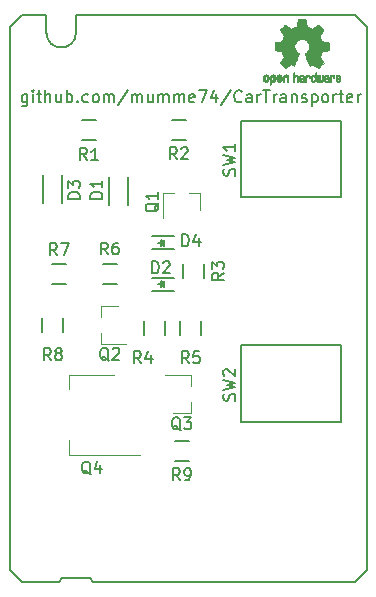
<source format=gbr>
%TF.GenerationSoftware,KiCad,Pcbnew,4.0.7*%
%TF.CreationDate,2018-07-11T12:57:16+02:00*%
%TF.ProjectId,Parkbrake_switch,5061726B6272616B655F737769746368,rev?*%
%TF.FileFunction,Legend,Top*%
%FSLAX46Y46*%
G04 Gerber Fmt 4.6, Leading zero omitted, Abs format (unit mm)*
G04 Created by KiCad (PCBNEW 4.0.7) date Wednesday 11 July 2018 12:57:16*
%MOMM*%
%LPD*%
G01*
G04 APERTURE LIST*
%ADD10C,0.100000*%
%ADD11C,0.200000*%
%ADD12C,0.150000*%
%ADD13C,0.120000*%
%ADD14C,0.010000*%
G04 APERTURE END LIST*
D10*
D11*
X101482666Y-106719714D02*
X101482666Y-107529238D01*
X101435047Y-107624476D01*
X101387428Y-107672095D01*
X101292189Y-107719714D01*
X101149332Y-107719714D01*
X101054094Y-107672095D01*
X101482666Y-107338762D02*
X101387428Y-107386381D01*
X101196951Y-107386381D01*
X101101713Y-107338762D01*
X101054094Y-107291143D01*
X101006475Y-107195905D01*
X101006475Y-106910190D01*
X101054094Y-106814952D01*
X101101713Y-106767333D01*
X101196951Y-106719714D01*
X101387428Y-106719714D01*
X101482666Y-106767333D01*
X101958856Y-107386381D02*
X101958856Y-106719714D01*
X101958856Y-106386381D02*
X101911237Y-106434000D01*
X101958856Y-106481619D01*
X102006475Y-106434000D01*
X101958856Y-106386381D01*
X101958856Y-106481619D01*
X102292189Y-106719714D02*
X102673141Y-106719714D01*
X102435046Y-106386381D02*
X102435046Y-107243524D01*
X102482665Y-107338762D01*
X102577903Y-107386381D01*
X102673141Y-107386381D01*
X103006475Y-107386381D02*
X103006475Y-106386381D01*
X103435047Y-107386381D02*
X103435047Y-106862571D01*
X103387428Y-106767333D01*
X103292190Y-106719714D01*
X103149332Y-106719714D01*
X103054094Y-106767333D01*
X103006475Y-106814952D01*
X104339809Y-106719714D02*
X104339809Y-107386381D01*
X103911237Y-106719714D02*
X103911237Y-107243524D01*
X103958856Y-107338762D01*
X104054094Y-107386381D01*
X104196952Y-107386381D01*
X104292190Y-107338762D01*
X104339809Y-107291143D01*
X104815999Y-107386381D02*
X104815999Y-106386381D01*
X104815999Y-106767333D02*
X104911237Y-106719714D01*
X105101714Y-106719714D01*
X105196952Y-106767333D01*
X105244571Y-106814952D01*
X105292190Y-106910190D01*
X105292190Y-107195905D01*
X105244571Y-107291143D01*
X105196952Y-107338762D01*
X105101714Y-107386381D01*
X104911237Y-107386381D01*
X104815999Y-107338762D01*
X105720761Y-107291143D02*
X105768380Y-107338762D01*
X105720761Y-107386381D01*
X105673142Y-107338762D01*
X105720761Y-107291143D01*
X105720761Y-107386381D01*
X106625523Y-107338762D02*
X106530285Y-107386381D01*
X106339808Y-107386381D01*
X106244570Y-107338762D01*
X106196951Y-107291143D01*
X106149332Y-107195905D01*
X106149332Y-106910190D01*
X106196951Y-106814952D01*
X106244570Y-106767333D01*
X106339808Y-106719714D01*
X106530285Y-106719714D01*
X106625523Y-106767333D01*
X107196951Y-107386381D02*
X107101713Y-107338762D01*
X107054094Y-107291143D01*
X107006475Y-107195905D01*
X107006475Y-106910190D01*
X107054094Y-106814952D01*
X107101713Y-106767333D01*
X107196951Y-106719714D01*
X107339809Y-106719714D01*
X107435047Y-106767333D01*
X107482666Y-106814952D01*
X107530285Y-106910190D01*
X107530285Y-107195905D01*
X107482666Y-107291143D01*
X107435047Y-107338762D01*
X107339809Y-107386381D01*
X107196951Y-107386381D01*
X107958856Y-107386381D02*
X107958856Y-106719714D01*
X107958856Y-106814952D02*
X108006475Y-106767333D01*
X108101713Y-106719714D01*
X108244571Y-106719714D01*
X108339809Y-106767333D01*
X108387428Y-106862571D01*
X108387428Y-107386381D01*
X108387428Y-106862571D02*
X108435047Y-106767333D01*
X108530285Y-106719714D01*
X108673142Y-106719714D01*
X108768380Y-106767333D01*
X108815999Y-106862571D01*
X108815999Y-107386381D01*
X110006475Y-106338762D02*
X109149332Y-107624476D01*
X110339808Y-107386381D02*
X110339808Y-106719714D01*
X110339808Y-106814952D02*
X110387427Y-106767333D01*
X110482665Y-106719714D01*
X110625523Y-106719714D01*
X110720761Y-106767333D01*
X110768380Y-106862571D01*
X110768380Y-107386381D01*
X110768380Y-106862571D02*
X110815999Y-106767333D01*
X110911237Y-106719714D01*
X111054094Y-106719714D01*
X111149332Y-106767333D01*
X111196951Y-106862571D01*
X111196951Y-107386381D01*
X112101713Y-106719714D02*
X112101713Y-107386381D01*
X111673141Y-106719714D02*
X111673141Y-107243524D01*
X111720760Y-107338762D01*
X111815998Y-107386381D01*
X111958856Y-107386381D01*
X112054094Y-107338762D01*
X112101713Y-107291143D01*
X112577903Y-107386381D02*
X112577903Y-106719714D01*
X112577903Y-106814952D02*
X112625522Y-106767333D01*
X112720760Y-106719714D01*
X112863618Y-106719714D01*
X112958856Y-106767333D01*
X113006475Y-106862571D01*
X113006475Y-107386381D01*
X113006475Y-106862571D02*
X113054094Y-106767333D01*
X113149332Y-106719714D01*
X113292189Y-106719714D01*
X113387427Y-106767333D01*
X113435046Y-106862571D01*
X113435046Y-107386381D01*
X113911236Y-107386381D02*
X113911236Y-106719714D01*
X113911236Y-106814952D02*
X113958855Y-106767333D01*
X114054093Y-106719714D01*
X114196951Y-106719714D01*
X114292189Y-106767333D01*
X114339808Y-106862571D01*
X114339808Y-107386381D01*
X114339808Y-106862571D02*
X114387427Y-106767333D01*
X114482665Y-106719714D01*
X114625522Y-106719714D01*
X114720760Y-106767333D01*
X114768379Y-106862571D01*
X114768379Y-107386381D01*
X115625522Y-107338762D02*
X115530284Y-107386381D01*
X115339807Y-107386381D01*
X115244569Y-107338762D01*
X115196950Y-107243524D01*
X115196950Y-106862571D01*
X115244569Y-106767333D01*
X115339807Y-106719714D01*
X115530284Y-106719714D01*
X115625522Y-106767333D01*
X115673141Y-106862571D01*
X115673141Y-106957810D01*
X115196950Y-107053048D01*
X116006474Y-106386381D02*
X116673141Y-106386381D01*
X116244569Y-107386381D01*
X117482665Y-106719714D02*
X117482665Y-107386381D01*
X117244569Y-106338762D02*
X117006474Y-107053048D01*
X117625522Y-107053048D01*
X118720760Y-106338762D02*
X117863617Y-107624476D01*
X119625522Y-107291143D02*
X119577903Y-107338762D01*
X119435046Y-107386381D01*
X119339808Y-107386381D01*
X119196950Y-107338762D01*
X119101712Y-107243524D01*
X119054093Y-107148286D01*
X119006474Y-106957810D01*
X119006474Y-106814952D01*
X119054093Y-106624476D01*
X119101712Y-106529238D01*
X119196950Y-106434000D01*
X119339808Y-106386381D01*
X119435046Y-106386381D01*
X119577903Y-106434000D01*
X119625522Y-106481619D01*
X120482665Y-107386381D02*
X120482665Y-106862571D01*
X120435046Y-106767333D01*
X120339808Y-106719714D01*
X120149331Y-106719714D01*
X120054093Y-106767333D01*
X120482665Y-107338762D02*
X120387427Y-107386381D01*
X120149331Y-107386381D01*
X120054093Y-107338762D01*
X120006474Y-107243524D01*
X120006474Y-107148286D01*
X120054093Y-107053048D01*
X120149331Y-107005429D01*
X120387427Y-107005429D01*
X120482665Y-106957810D01*
X120958855Y-107386381D02*
X120958855Y-106719714D01*
X120958855Y-106910190D02*
X121006474Y-106814952D01*
X121054093Y-106767333D01*
X121149331Y-106719714D01*
X121244570Y-106719714D01*
X121435046Y-106386381D02*
X122006475Y-106386381D01*
X121720760Y-107386381D02*
X121720760Y-106386381D01*
X122339808Y-107386381D02*
X122339808Y-106719714D01*
X122339808Y-106910190D02*
X122387427Y-106814952D01*
X122435046Y-106767333D01*
X122530284Y-106719714D01*
X122625523Y-106719714D01*
X123387428Y-107386381D02*
X123387428Y-106862571D01*
X123339809Y-106767333D01*
X123244571Y-106719714D01*
X123054094Y-106719714D01*
X122958856Y-106767333D01*
X123387428Y-107338762D02*
X123292190Y-107386381D01*
X123054094Y-107386381D01*
X122958856Y-107338762D01*
X122911237Y-107243524D01*
X122911237Y-107148286D01*
X122958856Y-107053048D01*
X123054094Y-107005429D01*
X123292190Y-107005429D01*
X123387428Y-106957810D01*
X123863618Y-106719714D02*
X123863618Y-107386381D01*
X123863618Y-106814952D02*
X123911237Y-106767333D01*
X124006475Y-106719714D01*
X124149333Y-106719714D01*
X124244571Y-106767333D01*
X124292190Y-106862571D01*
X124292190Y-107386381D01*
X124720761Y-107338762D02*
X124815999Y-107386381D01*
X125006475Y-107386381D01*
X125101714Y-107338762D01*
X125149333Y-107243524D01*
X125149333Y-107195905D01*
X125101714Y-107100667D01*
X125006475Y-107053048D01*
X124863618Y-107053048D01*
X124768380Y-107005429D01*
X124720761Y-106910190D01*
X124720761Y-106862571D01*
X124768380Y-106767333D01*
X124863618Y-106719714D01*
X125006475Y-106719714D01*
X125101714Y-106767333D01*
X125577904Y-106719714D02*
X125577904Y-107719714D01*
X125577904Y-106767333D02*
X125673142Y-106719714D01*
X125863619Y-106719714D01*
X125958857Y-106767333D01*
X126006476Y-106814952D01*
X126054095Y-106910190D01*
X126054095Y-107195905D01*
X126006476Y-107291143D01*
X125958857Y-107338762D01*
X125863619Y-107386381D01*
X125673142Y-107386381D01*
X125577904Y-107338762D01*
X126625523Y-107386381D02*
X126530285Y-107338762D01*
X126482666Y-107291143D01*
X126435047Y-107195905D01*
X126435047Y-106910190D01*
X126482666Y-106814952D01*
X126530285Y-106767333D01*
X126625523Y-106719714D01*
X126768381Y-106719714D01*
X126863619Y-106767333D01*
X126911238Y-106814952D01*
X126958857Y-106910190D01*
X126958857Y-107195905D01*
X126911238Y-107291143D01*
X126863619Y-107338762D01*
X126768381Y-107386381D01*
X126625523Y-107386381D01*
X127387428Y-107386381D02*
X127387428Y-106719714D01*
X127387428Y-106910190D02*
X127435047Y-106814952D01*
X127482666Y-106767333D01*
X127577904Y-106719714D01*
X127673143Y-106719714D01*
X127863619Y-106719714D02*
X128244571Y-106719714D01*
X128006476Y-106386381D02*
X128006476Y-107243524D01*
X128054095Y-107338762D01*
X128149333Y-107386381D01*
X128244571Y-107386381D01*
X128958858Y-107338762D02*
X128863620Y-107386381D01*
X128673143Y-107386381D01*
X128577905Y-107338762D01*
X128530286Y-107243524D01*
X128530286Y-106862571D01*
X128577905Y-106767333D01*
X128673143Y-106719714D01*
X128863620Y-106719714D01*
X128958858Y-106767333D01*
X129006477Y-106862571D01*
X129006477Y-106957810D01*
X128530286Y-107053048D01*
X129435048Y-107386381D02*
X129435048Y-106719714D01*
X129435048Y-106910190D02*
X129482667Y-106814952D01*
X129530286Y-106767333D01*
X129625524Y-106719714D01*
X129720763Y-106719714D01*
D12*
X107000000Y-148000000D02*
X129200000Y-148000000D01*
X106800000Y-147700000D02*
X107000000Y-148000000D01*
X104400000Y-147700000D02*
X106800000Y-147700000D01*
X104200000Y-148000000D02*
X104400000Y-147700000D01*
X101000000Y-148000000D02*
X104200000Y-148000000D01*
X100000000Y-147000000D02*
X100000000Y-101000000D01*
X101000000Y-148000000D02*
X100000000Y-147000000D01*
X130200000Y-147000000D02*
X129200000Y-148000000D01*
X130200000Y-101000000D02*
X130200000Y-147000000D01*
X129200000Y-100000000D02*
X130200000Y-101000000D01*
X105600000Y-100000000D02*
X129200000Y-100000000D01*
X105600000Y-101500000D02*
X105600000Y-100000000D01*
X101000000Y-100000000D02*
X100000000Y-101000000D01*
X103100000Y-101500000D02*
G75*
G03X105600000Y-101500000I1250000J0D01*
G01*
X103100000Y-100000000D02*
X103100000Y-101500000D01*
X101000000Y-100000000D02*
X103100000Y-100000000D01*
X110020000Y-116108000D02*
X110020000Y-113708000D01*
X108420000Y-116108000D02*
X108420000Y-113708000D01*
X113900000Y-122250000D02*
X112000000Y-122250000D01*
X113900000Y-123350000D02*
X112000000Y-123350000D01*
X113000000Y-122800000D02*
X112550000Y-122800000D01*
X113050000Y-123050000D02*
X113050000Y-122550000D01*
X113050000Y-122800000D02*
X112800000Y-123050000D01*
X112800000Y-123050000D02*
X112800000Y-122550000D01*
X112800000Y-122550000D02*
X113050000Y-122800000D01*
X102832000Y-113508000D02*
X102832000Y-115908000D01*
X104432000Y-113508000D02*
X104432000Y-115908000D01*
X113900000Y-118750000D02*
X112000000Y-118750000D01*
X113900000Y-119850000D02*
X112000000Y-119850000D01*
X113000000Y-119300000D02*
X112550000Y-119300000D01*
X113050000Y-119550000D02*
X113050000Y-119050000D01*
X113050000Y-119300000D02*
X112800000Y-119550000D01*
X112800000Y-119550000D02*
X112800000Y-119050000D01*
X112800000Y-119050000D02*
X113050000Y-119300000D01*
D13*
X116134000Y-115064000D02*
X115204000Y-115064000D01*
X112974000Y-115064000D02*
X113904000Y-115064000D01*
X112974000Y-115064000D02*
X112974000Y-117224000D01*
X116134000Y-115064000D02*
X116134000Y-116524000D01*
X107698000Y-124658000D02*
X107698000Y-125588000D01*
X107698000Y-127818000D02*
X107698000Y-126888000D01*
X107698000Y-127818000D02*
X109858000Y-127818000D01*
X107698000Y-124658000D02*
X109158000Y-124658000D01*
X115314000Y-133660000D02*
X115314000Y-132730000D01*
X115314000Y-130500000D02*
X115314000Y-131430000D01*
X115314000Y-130500000D02*
X113154000Y-130500000D01*
X115314000Y-133660000D02*
X113854000Y-133660000D01*
X105024000Y-130448000D02*
X105024000Y-131708000D01*
X105024000Y-137268000D02*
X105024000Y-136008000D01*
X108784000Y-130448000D02*
X105024000Y-130448000D01*
X111034000Y-137268000D02*
X105024000Y-137268000D01*
D12*
X106080000Y-108853000D02*
X107280000Y-108853000D01*
X107280000Y-110603000D02*
X106080000Y-110603000D01*
X114900000Y-110603000D02*
X113700000Y-110603000D01*
X113700000Y-108853000D02*
X114900000Y-108853000D01*
X114695000Y-122266000D02*
X114695000Y-121066000D01*
X116445000Y-121066000D02*
X116445000Y-122266000D01*
X113143000Y-125892000D02*
X113143000Y-127092000D01*
X111393000Y-127092000D02*
X111393000Y-125892000D01*
X116191000Y-125892000D02*
X116191000Y-127092000D01*
X114441000Y-127092000D02*
X114441000Y-125892000D01*
X109058000Y-122795000D02*
X107858000Y-122795000D01*
X107858000Y-121045000D02*
X109058000Y-121045000D01*
X103540000Y-121045000D02*
X104740000Y-121045000D01*
X104740000Y-122795000D02*
X103540000Y-122795000D01*
X102757000Y-126838000D02*
X102757000Y-125638000D01*
X104507000Y-125638000D02*
X104507000Y-126838000D01*
X115154000Y-137781000D02*
X113954000Y-137781000D01*
X113954000Y-136031000D02*
X115154000Y-136031000D01*
X119550000Y-115450000D02*
X119550000Y-108950000D01*
X119550000Y-108950000D02*
X128050000Y-108950000D01*
X128050000Y-108950000D02*
X128050000Y-115450000D01*
X128050000Y-115450000D02*
X119550000Y-115450000D01*
X119550000Y-134450000D02*
X119550000Y-127950000D01*
X119550000Y-127950000D02*
X128050000Y-127950000D01*
X128050000Y-127950000D02*
X128050000Y-134450000D01*
X128050000Y-134450000D02*
X119550000Y-134450000D01*
D14*
G36*
X122313744Y-105043918D02*
X122369201Y-105071568D01*
X122418148Y-105122480D01*
X122431629Y-105141338D01*
X122446314Y-105166015D01*
X122455842Y-105192816D01*
X122461293Y-105228587D01*
X122463747Y-105280169D01*
X122464286Y-105348267D01*
X122461852Y-105441588D01*
X122453394Y-105511657D01*
X122437174Y-105563931D01*
X122411454Y-105603869D01*
X122374497Y-105636929D01*
X122371782Y-105638886D01*
X122335360Y-105658908D01*
X122291502Y-105668815D01*
X122235724Y-105671257D01*
X122145048Y-105671257D01*
X122145010Y-105759283D01*
X122144166Y-105808308D01*
X122139024Y-105837065D01*
X122125587Y-105854311D01*
X122099858Y-105868808D01*
X122093679Y-105871769D01*
X122064764Y-105885648D01*
X122042376Y-105894414D01*
X122025729Y-105895171D01*
X122014036Y-105885023D01*
X122006510Y-105861073D01*
X122002366Y-105820426D01*
X122000815Y-105760186D01*
X122001071Y-105677455D01*
X122002349Y-105569339D01*
X122002748Y-105537000D01*
X122004185Y-105425524D01*
X122005472Y-105352603D01*
X122144971Y-105352603D01*
X122145755Y-105414499D01*
X122149240Y-105454997D01*
X122157124Y-105481708D01*
X122171105Y-105502244D01*
X122180597Y-105512260D01*
X122219404Y-105541567D01*
X122253763Y-105543952D01*
X122289216Y-105519750D01*
X122290114Y-105518857D01*
X122304539Y-105500153D01*
X122313313Y-105474732D01*
X122317739Y-105435584D01*
X122319118Y-105375697D01*
X122319143Y-105362430D01*
X122315812Y-105279901D01*
X122304969Y-105222691D01*
X122285340Y-105187766D01*
X122255650Y-105172094D01*
X122238491Y-105170514D01*
X122197766Y-105177926D01*
X122169832Y-105202330D01*
X122153017Y-105246980D01*
X122145650Y-105315130D01*
X122144971Y-105352603D01*
X122005472Y-105352603D01*
X122005708Y-105339245D01*
X122007677Y-105274333D01*
X122010450Y-105226958D01*
X122014388Y-105193290D01*
X122019849Y-105169498D01*
X122027192Y-105151753D01*
X122036777Y-105136224D01*
X122040887Y-105130381D01*
X122095405Y-105075185D01*
X122164336Y-105043890D01*
X122244072Y-105035165D01*
X122313744Y-105043918D01*
X122313744Y-105043918D01*
G37*
X122313744Y-105043918D02*
X122369201Y-105071568D01*
X122418148Y-105122480D01*
X122431629Y-105141338D01*
X122446314Y-105166015D01*
X122455842Y-105192816D01*
X122461293Y-105228587D01*
X122463747Y-105280169D01*
X122464286Y-105348267D01*
X122461852Y-105441588D01*
X122453394Y-105511657D01*
X122437174Y-105563931D01*
X122411454Y-105603869D01*
X122374497Y-105636929D01*
X122371782Y-105638886D01*
X122335360Y-105658908D01*
X122291502Y-105668815D01*
X122235724Y-105671257D01*
X122145048Y-105671257D01*
X122145010Y-105759283D01*
X122144166Y-105808308D01*
X122139024Y-105837065D01*
X122125587Y-105854311D01*
X122099858Y-105868808D01*
X122093679Y-105871769D01*
X122064764Y-105885648D01*
X122042376Y-105894414D01*
X122025729Y-105895171D01*
X122014036Y-105885023D01*
X122006510Y-105861073D01*
X122002366Y-105820426D01*
X122000815Y-105760186D01*
X122001071Y-105677455D01*
X122002349Y-105569339D01*
X122002748Y-105537000D01*
X122004185Y-105425524D01*
X122005472Y-105352603D01*
X122144971Y-105352603D01*
X122145755Y-105414499D01*
X122149240Y-105454997D01*
X122157124Y-105481708D01*
X122171105Y-105502244D01*
X122180597Y-105512260D01*
X122219404Y-105541567D01*
X122253763Y-105543952D01*
X122289216Y-105519750D01*
X122290114Y-105518857D01*
X122304539Y-105500153D01*
X122313313Y-105474732D01*
X122317739Y-105435584D01*
X122319118Y-105375697D01*
X122319143Y-105362430D01*
X122315812Y-105279901D01*
X122304969Y-105222691D01*
X122285340Y-105187766D01*
X122255650Y-105172094D01*
X122238491Y-105170514D01*
X122197766Y-105177926D01*
X122169832Y-105202330D01*
X122153017Y-105246980D01*
X122145650Y-105315130D01*
X122144971Y-105352603D01*
X122005472Y-105352603D01*
X122005708Y-105339245D01*
X122007677Y-105274333D01*
X122010450Y-105226958D01*
X122014388Y-105193290D01*
X122019849Y-105169498D01*
X122027192Y-105151753D01*
X122036777Y-105136224D01*
X122040887Y-105130381D01*
X122095405Y-105075185D01*
X122164336Y-105043890D01*
X122244072Y-105035165D01*
X122313744Y-105043918D01*
G36*
X123430093Y-105051780D02*
X123476672Y-105078723D01*
X123509057Y-105105466D01*
X123532742Y-105133484D01*
X123549059Y-105167748D01*
X123559339Y-105213227D01*
X123564914Y-105274892D01*
X123567116Y-105357711D01*
X123567371Y-105417246D01*
X123567371Y-105636391D01*
X123505686Y-105664044D01*
X123444000Y-105691697D01*
X123436743Y-105451670D01*
X123433744Y-105362028D01*
X123430598Y-105296962D01*
X123426701Y-105252026D01*
X123421447Y-105222770D01*
X123414231Y-105204748D01*
X123404450Y-105193511D01*
X123401312Y-105191079D01*
X123353761Y-105172083D01*
X123305697Y-105179600D01*
X123277086Y-105199543D01*
X123265447Y-105213675D01*
X123257391Y-105232220D01*
X123252271Y-105260334D01*
X123249441Y-105303173D01*
X123248256Y-105365895D01*
X123248057Y-105431261D01*
X123248018Y-105513268D01*
X123246614Y-105571316D01*
X123241914Y-105610465D01*
X123231987Y-105635780D01*
X123214903Y-105652323D01*
X123188732Y-105665156D01*
X123153775Y-105678491D01*
X123115596Y-105693007D01*
X123120141Y-105435389D01*
X123121971Y-105342519D01*
X123124112Y-105273889D01*
X123127181Y-105224711D01*
X123131794Y-105190198D01*
X123138568Y-105165562D01*
X123148119Y-105146016D01*
X123159634Y-105128770D01*
X123215190Y-105073680D01*
X123282980Y-105041822D01*
X123356713Y-105034191D01*
X123430093Y-105051780D01*
X123430093Y-105051780D01*
G37*
X123430093Y-105051780D02*
X123476672Y-105078723D01*
X123509057Y-105105466D01*
X123532742Y-105133484D01*
X123549059Y-105167748D01*
X123559339Y-105213227D01*
X123564914Y-105274892D01*
X123567116Y-105357711D01*
X123567371Y-105417246D01*
X123567371Y-105636391D01*
X123505686Y-105664044D01*
X123444000Y-105691697D01*
X123436743Y-105451670D01*
X123433744Y-105362028D01*
X123430598Y-105296962D01*
X123426701Y-105252026D01*
X123421447Y-105222770D01*
X123414231Y-105204748D01*
X123404450Y-105193511D01*
X123401312Y-105191079D01*
X123353761Y-105172083D01*
X123305697Y-105179600D01*
X123277086Y-105199543D01*
X123265447Y-105213675D01*
X123257391Y-105232220D01*
X123252271Y-105260334D01*
X123249441Y-105303173D01*
X123248256Y-105365895D01*
X123248057Y-105431261D01*
X123248018Y-105513268D01*
X123246614Y-105571316D01*
X123241914Y-105610465D01*
X123231987Y-105635780D01*
X123214903Y-105652323D01*
X123188732Y-105665156D01*
X123153775Y-105678491D01*
X123115596Y-105693007D01*
X123120141Y-105435389D01*
X123121971Y-105342519D01*
X123124112Y-105273889D01*
X123127181Y-105224711D01*
X123131794Y-105190198D01*
X123138568Y-105165562D01*
X123148119Y-105146016D01*
X123159634Y-105128770D01*
X123215190Y-105073680D01*
X123282980Y-105041822D01*
X123356713Y-105034191D01*
X123430093Y-105051780D01*
G36*
X121755115Y-105045962D02*
X121823145Y-105081733D01*
X121873351Y-105139301D01*
X121891185Y-105176312D01*
X121905063Y-105231882D01*
X121912167Y-105302096D01*
X121912840Y-105378727D01*
X121907427Y-105453552D01*
X121896270Y-105518342D01*
X121879714Y-105564873D01*
X121874626Y-105572887D01*
X121814355Y-105632707D01*
X121742769Y-105668535D01*
X121665092Y-105679020D01*
X121586548Y-105662810D01*
X121564689Y-105653092D01*
X121522122Y-105623143D01*
X121484763Y-105583433D01*
X121481232Y-105578397D01*
X121466881Y-105554124D01*
X121457394Y-105528178D01*
X121451790Y-105494022D01*
X121449086Y-105445119D01*
X121448299Y-105374935D01*
X121448286Y-105359200D01*
X121448322Y-105354192D01*
X121593429Y-105354192D01*
X121594273Y-105420430D01*
X121597596Y-105464386D01*
X121604583Y-105492779D01*
X121616416Y-105512325D01*
X121622457Y-105518857D01*
X121657186Y-105543680D01*
X121690903Y-105542548D01*
X121724995Y-105521016D01*
X121745329Y-105498029D01*
X121757371Y-105464478D01*
X121764134Y-105411569D01*
X121764598Y-105405399D01*
X121765752Y-105309513D01*
X121753688Y-105238299D01*
X121728570Y-105192194D01*
X121690560Y-105171635D01*
X121676992Y-105170514D01*
X121641364Y-105176152D01*
X121616994Y-105195686D01*
X121602093Y-105233042D01*
X121594875Y-105292150D01*
X121593429Y-105354192D01*
X121448322Y-105354192D01*
X121448826Y-105284413D01*
X121451096Y-105232159D01*
X121456068Y-105195949D01*
X121464713Y-105169299D01*
X121478005Y-105145722D01*
X121480943Y-105141338D01*
X121530313Y-105082249D01*
X121584109Y-105047947D01*
X121649602Y-105034331D01*
X121671842Y-105033665D01*
X121755115Y-105045962D01*
X121755115Y-105045962D01*
G37*
X121755115Y-105045962D02*
X121823145Y-105081733D01*
X121873351Y-105139301D01*
X121891185Y-105176312D01*
X121905063Y-105231882D01*
X121912167Y-105302096D01*
X121912840Y-105378727D01*
X121907427Y-105453552D01*
X121896270Y-105518342D01*
X121879714Y-105564873D01*
X121874626Y-105572887D01*
X121814355Y-105632707D01*
X121742769Y-105668535D01*
X121665092Y-105679020D01*
X121586548Y-105662810D01*
X121564689Y-105653092D01*
X121522122Y-105623143D01*
X121484763Y-105583433D01*
X121481232Y-105578397D01*
X121466881Y-105554124D01*
X121457394Y-105528178D01*
X121451790Y-105494022D01*
X121449086Y-105445119D01*
X121448299Y-105374935D01*
X121448286Y-105359200D01*
X121448322Y-105354192D01*
X121593429Y-105354192D01*
X121594273Y-105420430D01*
X121597596Y-105464386D01*
X121604583Y-105492779D01*
X121616416Y-105512325D01*
X121622457Y-105518857D01*
X121657186Y-105543680D01*
X121690903Y-105542548D01*
X121724995Y-105521016D01*
X121745329Y-105498029D01*
X121757371Y-105464478D01*
X121764134Y-105411569D01*
X121764598Y-105405399D01*
X121765752Y-105309513D01*
X121753688Y-105238299D01*
X121728570Y-105192194D01*
X121690560Y-105171635D01*
X121676992Y-105170514D01*
X121641364Y-105176152D01*
X121616994Y-105195686D01*
X121602093Y-105233042D01*
X121594875Y-105292150D01*
X121593429Y-105354192D01*
X121448322Y-105354192D01*
X121448826Y-105284413D01*
X121451096Y-105232159D01*
X121456068Y-105195949D01*
X121464713Y-105169299D01*
X121478005Y-105145722D01*
X121480943Y-105141338D01*
X121530313Y-105082249D01*
X121584109Y-105047947D01*
X121649602Y-105034331D01*
X121671842Y-105033665D01*
X121755115Y-105045962D01*
G36*
X122882303Y-105055239D02*
X122939527Y-105093735D01*
X122983749Y-105149335D01*
X123010167Y-105220086D01*
X123015510Y-105272162D01*
X123014903Y-105293893D01*
X123009822Y-105310531D01*
X122995855Y-105325437D01*
X122968589Y-105341973D01*
X122923612Y-105363498D01*
X122856511Y-105393374D01*
X122856171Y-105393524D01*
X122794407Y-105421813D01*
X122743759Y-105446933D01*
X122709404Y-105466179D01*
X122696518Y-105476848D01*
X122696514Y-105476934D01*
X122707872Y-105500166D01*
X122734431Y-105525774D01*
X122764923Y-105544221D01*
X122780370Y-105547886D01*
X122822515Y-105535212D01*
X122858808Y-105503471D01*
X122876517Y-105468572D01*
X122893552Y-105442845D01*
X122926922Y-105413546D01*
X122966149Y-105388235D01*
X123000756Y-105374471D01*
X123007993Y-105373714D01*
X123016139Y-105386160D01*
X123016630Y-105417972D01*
X123010643Y-105460866D01*
X122999357Y-105506558D01*
X122983950Y-105546761D01*
X122983171Y-105548322D01*
X122936804Y-105613062D01*
X122876711Y-105657097D01*
X122808465Y-105678711D01*
X122737638Y-105676185D01*
X122669804Y-105647804D01*
X122666788Y-105645808D01*
X122613427Y-105597448D01*
X122578340Y-105534352D01*
X122558922Y-105451387D01*
X122556316Y-105428078D01*
X122551701Y-105318055D01*
X122557233Y-105266748D01*
X122696514Y-105266748D01*
X122698324Y-105298753D01*
X122708222Y-105308093D01*
X122732898Y-105301105D01*
X122771795Y-105284587D01*
X122815275Y-105263881D01*
X122816356Y-105263333D01*
X122853209Y-105243949D01*
X122868000Y-105231013D01*
X122864353Y-105217451D01*
X122848995Y-105199632D01*
X122809923Y-105173845D01*
X122767846Y-105171950D01*
X122730103Y-105190717D01*
X122704034Y-105226915D01*
X122696514Y-105266748D01*
X122557233Y-105266748D01*
X122561194Y-105230027D01*
X122585550Y-105160212D01*
X122619456Y-105111302D01*
X122680653Y-105061878D01*
X122748063Y-105037359D01*
X122816880Y-105035797D01*
X122882303Y-105055239D01*
X122882303Y-105055239D01*
G37*
X122882303Y-105055239D02*
X122939527Y-105093735D01*
X122983749Y-105149335D01*
X123010167Y-105220086D01*
X123015510Y-105272162D01*
X123014903Y-105293893D01*
X123009822Y-105310531D01*
X122995855Y-105325437D01*
X122968589Y-105341973D01*
X122923612Y-105363498D01*
X122856511Y-105393374D01*
X122856171Y-105393524D01*
X122794407Y-105421813D01*
X122743759Y-105446933D01*
X122709404Y-105466179D01*
X122696518Y-105476848D01*
X122696514Y-105476934D01*
X122707872Y-105500166D01*
X122734431Y-105525774D01*
X122764923Y-105544221D01*
X122780370Y-105547886D01*
X122822515Y-105535212D01*
X122858808Y-105503471D01*
X122876517Y-105468572D01*
X122893552Y-105442845D01*
X122926922Y-105413546D01*
X122966149Y-105388235D01*
X123000756Y-105374471D01*
X123007993Y-105373714D01*
X123016139Y-105386160D01*
X123016630Y-105417972D01*
X123010643Y-105460866D01*
X122999357Y-105506558D01*
X122983950Y-105546761D01*
X122983171Y-105548322D01*
X122936804Y-105613062D01*
X122876711Y-105657097D01*
X122808465Y-105678711D01*
X122737638Y-105676185D01*
X122669804Y-105647804D01*
X122666788Y-105645808D01*
X122613427Y-105597448D01*
X122578340Y-105534352D01*
X122558922Y-105451387D01*
X122556316Y-105428078D01*
X122551701Y-105318055D01*
X122557233Y-105266748D01*
X122696514Y-105266748D01*
X122698324Y-105298753D01*
X122708222Y-105308093D01*
X122732898Y-105301105D01*
X122771795Y-105284587D01*
X122815275Y-105263881D01*
X122816356Y-105263333D01*
X122853209Y-105243949D01*
X122868000Y-105231013D01*
X122864353Y-105217451D01*
X122848995Y-105199632D01*
X122809923Y-105173845D01*
X122767846Y-105171950D01*
X122730103Y-105190717D01*
X122704034Y-105226915D01*
X122696514Y-105266748D01*
X122557233Y-105266748D01*
X122561194Y-105230027D01*
X122585550Y-105160212D01*
X122619456Y-105111302D01*
X122680653Y-105061878D01*
X122748063Y-105037359D01*
X122816880Y-105035797D01*
X122882303Y-105055239D01*
G36*
X124089886Y-104975289D02*
X124094139Y-105034613D01*
X124099025Y-105069572D01*
X124105795Y-105084820D01*
X124115702Y-105085015D01*
X124118914Y-105083195D01*
X124161644Y-105070015D01*
X124217227Y-105070785D01*
X124273737Y-105084333D01*
X124309082Y-105101861D01*
X124345321Y-105129861D01*
X124371813Y-105161549D01*
X124389999Y-105201813D01*
X124401322Y-105255543D01*
X124407222Y-105327626D01*
X124409143Y-105422951D01*
X124409177Y-105441237D01*
X124409200Y-105646646D01*
X124363491Y-105662580D01*
X124331027Y-105673420D01*
X124313215Y-105678468D01*
X124312691Y-105678514D01*
X124310937Y-105664828D01*
X124309444Y-105627076D01*
X124308326Y-105570224D01*
X124307697Y-105499234D01*
X124307600Y-105456073D01*
X124307398Y-105370973D01*
X124306358Y-105309981D01*
X124303831Y-105268177D01*
X124299164Y-105240642D01*
X124291707Y-105222456D01*
X124280811Y-105208698D01*
X124274007Y-105202073D01*
X124227272Y-105175375D01*
X124176272Y-105173375D01*
X124130001Y-105195955D01*
X124121444Y-105204107D01*
X124108893Y-105219436D01*
X124100188Y-105237618D01*
X124094631Y-105263909D01*
X124091526Y-105303562D01*
X124090176Y-105361832D01*
X124089886Y-105442173D01*
X124089886Y-105646646D01*
X124044177Y-105662580D01*
X124011713Y-105673420D01*
X123993901Y-105678468D01*
X123993377Y-105678514D01*
X123992037Y-105664623D01*
X123990828Y-105625439D01*
X123989801Y-105564700D01*
X123989002Y-105486141D01*
X123988481Y-105393498D01*
X123988286Y-105290509D01*
X123988286Y-104893342D01*
X124035457Y-104873444D01*
X124082629Y-104853547D01*
X124089886Y-104975289D01*
X124089886Y-104975289D01*
G37*
X124089886Y-104975289D02*
X124094139Y-105034613D01*
X124099025Y-105069572D01*
X124105795Y-105084820D01*
X124115702Y-105085015D01*
X124118914Y-105083195D01*
X124161644Y-105070015D01*
X124217227Y-105070785D01*
X124273737Y-105084333D01*
X124309082Y-105101861D01*
X124345321Y-105129861D01*
X124371813Y-105161549D01*
X124389999Y-105201813D01*
X124401322Y-105255543D01*
X124407222Y-105327626D01*
X124409143Y-105422951D01*
X124409177Y-105441237D01*
X124409200Y-105646646D01*
X124363491Y-105662580D01*
X124331027Y-105673420D01*
X124313215Y-105678468D01*
X124312691Y-105678514D01*
X124310937Y-105664828D01*
X124309444Y-105627076D01*
X124308326Y-105570224D01*
X124307697Y-105499234D01*
X124307600Y-105456073D01*
X124307398Y-105370973D01*
X124306358Y-105309981D01*
X124303831Y-105268177D01*
X124299164Y-105240642D01*
X124291707Y-105222456D01*
X124280811Y-105208698D01*
X124274007Y-105202073D01*
X124227272Y-105175375D01*
X124176272Y-105173375D01*
X124130001Y-105195955D01*
X124121444Y-105204107D01*
X124108893Y-105219436D01*
X124100188Y-105237618D01*
X124094631Y-105263909D01*
X124091526Y-105303562D01*
X124090176Y-105361832D01*
X124089886Y-105442173D01*
X124089886Y-105646646D01*
X124044177Y-105662580D01*
X124011713Y-105673420D01*
X123993901Y-105678468D01*
X123993377Y-105678514D01*
X123992037Y-105664623D01*
X123990828Y-105625439D01*
X123989801Y-105564700D01*
X123989002Y-105486141D01*
X123988481Y-105393498D01*
X123988286Y-105290509D01*
X123988286Y-104893342D01*
X124035457Y-104873444D01*
X124082629Y-104853547D01*
X124089886Y-104975289D01*
G36*
X124753744Y-105074968D02*
X124810616Y-105096087D01*
X124811267Y-105096493D01*
X124846440Y-105122380D01*
X124872407Y-105152633D01*
X124890670Y-105192058D01*
X124902732Y-105245462D01*
X124910096Y-105317651D01*
X124914264Y-105413432D01*
X124914629Y-105427078D01*
X124919876Y-105632842D01*
X124875716Y-105655678D01*
X124843763Y-105671110D01*
X124824470Y-105678423D01*
X124823578Y-105678514D01*
X124820239Y-105665022D01*
X124817587Y-105628626D01*
X124815956Y-105575452D01*
X124815600Y-105532393D01*
X124815592Y-105462641D01*
X124812403Y-105418837D01*
X124801288Y-105397944D01*
X124777501Y-105396925D01*
X124736296Y-105412741D01*
X124674086Y-105441815D01*
X124628341Y-105465963D01*
X124604813Y-105486913D01*
X124597896Y-105509747D01*
X124597886Y-105510877D01*
X124609299Y-105550212D01*
X124643092Y-105571462D01*
X124694809Y-105574539D01*
X124732061Y-105574006D01*
X124751703Y-105584735D01*
X124763952Y-105610505D01*
X124771002Y-105643337D01*
X124760842Y-105661966D01*
X124757017Y-105664632D01*
X124721001Y-105675340D01*
X124670566Y-105676856D01*
X124618626Y-105669759D01*
X124581822Y-105656788D01*
X124530938Y-105613585D01*
X124502014Y-105553446D01*
X124496286Y-105506462D01*
X124500657Y-105464082D01*
X124516475Y-105429488D01*
X124547797Y-105398763D01*
X124598678Y-105367990D01*
X124673176Y-105333252D01*
X124677714Y-105331288D01*
X124744821Y-105300287D01*
X124786232Y-105274862D01*
X124803981Y-105252014D01*
X124800107Y-105228745D01*
X124776643Y-105202056D01*
X124769627Y-105195914D01*
X124722630Y-105172100D01*
X124673933Y-105173103D01*
X124631522Y-105196451D01*
X124603384Y-105239675D01*
X124600769Y-105248160D01*
X124575308Y-105289308D01*
X124543001Y-105309128D01*
X124496286Y-105328770D01*
X124496286Y-105277950D01*
X124510496Y-105204082D01*
X124552675Y-105136327D01*
X124574624Y-105113661D01*
X124624517Y-105084569D01*
X124687967Y-105071400D01*
X124753744Y-105074968D01*
X124753744Y-105074968D01*
G37*
X124753744Y-105074968D02*
X124810616Y-105096087D01*
X124811267Y-105096493D01*
X124846440Y-105122380D01*
X124872407Y-105152633D01*
X124890670Y-105192058D01*
X124902732Y-105245462D01*
X124910096Y-105317651D01*
X124914264Y-105413432D01*
X124914629Y-105427078D01*
X124919876Y-105632842D01*
X124875716Y-105655678D01*
X124843763Y-105671110D01*
X124824470Y-105678423D01*
X124823578Y-105678514D01*
X124820239Y-105665022D01*
X124817587Y-105628626D01*
X124815956Y-105575452D01*
X124815600Y-105532393D01*
X124815592Y-105462641D01*
X124812403Y-105418837D01*
X124801288Y-105397944D01*
X124777501Y-105396925D01*
X124736296Y-105412741D01*
X124674086Y-105441815D01*
X124628341Y-105465963D01*
X124604813Y-105486913D01*
X124597896Y-105509747D01*
X124597886Y-105510877D01*
X124609299Y-105550212D01*
X124643092Y-105571462D01*
X124694809Y-105574539D01*
X124732061Y-105574006D01*
X124751703Y-105584735D01*
X124763952Y-105610505D01*
X124771002Y-105643337D01*
X124760842Y-105661966D01*
X124757017Y-105664632D01*
X124721001Y-105675340D01*
X124670566Y-105676856D01*
X124618626Y-105669759D01*
X124581822Y-105656788D01*
X124530938Y-105613585D01*
X124502014Y-105553446D01*
X124496286Y-105506462D01*
X124500657Y-105464082D01*
X124516475Y-105429488D01*
X124547797Y-105398763D01*
X124598678Y-105367990D01*
X124673176Y-105333252D01*
X124677714Y-105331288D01*
X124744821Y-105300287D01*
X124786232Y-105274862D01*
X124803981Y-105252014D01*
X124800107Y-105228745D01*
X124776643Y-105202056D01*
X124769627Y-105195914D01*
X124722630Y-105172100D01*
X124673933Y-105173103D01*
X124631522Y-105196451D01*
X124603384Y-105239675D01*
X124600769Y-105248160D01*
X124575308Y-105289308D01*
X124543001Y-105309128D01*
X124496286Y-105328770D01*
X124496286Y-105277950D01*
X124510496Y-105204082D01*
X124552675Y-105136327D01*
X124574624Y-105113661D01*
X124624517Y-105084569D01*
X124687967Y-105071400D01*
X124753744Y-105074968D01*
G36*
X125243926Y-105073755D02*
X125309858Y-105098084D01*
X125363273Y-105141117D01*
X125384164Y-105171409D01*
X125406939Y-105226994D01*
X125406466Y-105267186D01*
X125382562Y-105294217D01*
X125373717Y-105298813D01*
X125335530Y-105313144D01*
X125316028Y-105309472D01*
X125309422Y-105285407D01*
X125309086Y-105272114D01*
X125296992Y-105223210D01*
X125265471Y-105188999D01*
X125221659Y-105172476D01*
X125172695Y-105176634D01*
X125132894Y-105198227D01*
X125119450Y-105210544D01*
X125109921Y-105225487D01*
X125103485Y-105248075D01*
X125099317Y-105283328D01*
X125096597Y-105336266D01*
X125094502Y-105411907D01*
X125093960Y-105435857D01*
X125091981Y-105517790D01*
X125089731Y-105575455D01*
X125086357Y-105613608D01*
X125081006Y-105637004D01*
X125072824Y-105650398D01*
X125060959Y-105658545D01*
X125053362Y-105662144D01*
X125021102Y-105674452D01*
X125002111Y-105678514D01*
X124995836Y-105664948D01*
X124992006Y-105623934D01*
X124990600Y-105554999D01*
X124991598Y-105457669D01*
X124991908Y-105442657D01*
X124994101Y-105353859D01*
X124996693Y-105289019D01*
X125000382Y-105243067D01*
X125005864Y-105210935D01*
X125013835Y-105187553D01*
X125024993Y-105167852D01*
X125030830Y-105159410D01*
X125064296Y-105122057D01*
X125101727Y-105093003D01*
X125106309Y-105090467D01*
X125173426Y-105070443D01*
X125243926Y-105073755D01*
X125243926Y-105073755D01*
G37*
X125243926Y-105073755D02*
X125309858Y-105098084D01*
X125363273Y-105141117D01*
X125384164Y-105171409D01*
X125406939Y-105226994D01*
X125406466Y-105267186D01*
X125382562Y-105294217D01*
X125373717Y-105298813D01*
X125335530Y-105313144D01*
X125316028Y-105309472D01*
X125309422Y-105285407D01*
X125309086Y-105272114D01*
X125296992Y-105223210D01*
X125265471Y-105188999D01*
X125221659Y-105172476D01*
X125172695Y-105176634D01*
X125132894Y-105198227D01*
X125119450Y-105210544D01*
X125109921Y-105225487D01*
X125103485Y-105248075D01*
X125099317Y-105283328D01*
X125096597Y-105336266D01*
X125094502Y-105411907D01*
X125093960Y-105435857D01*
X125091981Y-105517790D01*
X125089731Y-105575455D01*
X125086357Y-105613608D01*
X125081006Y-105637004D01*
X125072824Y-105650398D01*
X125060959Y-105658545D01*
X125053362Y-105662144D01*
X125021102Y-105674452D01*
X125002111Y-105678514D01*
X124995836Y-105664948D01*
X124992006Y-105623934D01*
X124990600Y-105554999D01*
X124991598Y-105457669D01*
X124991908Y-105442657D01*
X124994101Y-105353859D01*
X124996693Y-105289019D01*
X125000382Y-105243067D01*
X125005864Y-105210935D01*
X125013835Y-105187553D01*
X125024993Y-105167852D01*
X125030830Y-105159410D01*
X125064296Y-105122057D01*
X125101727Y-105093003D01*
X125106309Y-105090467D01*
X125173426Y-105070443D01*
X125243926Y-105073755D01*
G36*
X125904117Y-105189358D02*
X125903933Y-105297837D01*
X125903219Y-105381287D01*
X125901675Y-105443704D01*
X125899001Y-105489085D01*
X125894894Y-105521429D01*
X125889055Y-105544733D01*
X125881182Y-105562995D01*
X125875221Y-105573418D01*
X125825855Y-105629945D01*
X125763264Y-105665377D01*
X125694013Y-105678090D01*
X125624668Y-105666463D01*
X125583375Y-105645568D01*
X125540025Y-105609422D01*
X125510481Y-105565276D01*
X125492655Y-105507462D01*
X125484463Y-105430313D01*
X125483302Y-105373714D01*
X125483458Y-105369647D01*
X125584857Y-105369647D01*
X125585476Y-105434550D01*
X125588314Y-105477514D01*
X125594840Y-105505622D01*
X125606523Y-105525953D01*
X125620483Y-105541288D01*
X125667365Y-105570890D01*
X125717701Y-105573419D01*
X125765276Y-105548705D01*
X125768979Y-105545356D01*
X125784783Y-105527935D01*
X125794693Y-105507209D01*
X125800058Y-105476362D01*
X125802228Y-105428577D01*
X125802571Y-105375748D01*
X125801827Y-105309381D01*
X125798748Y-105265106D01*
X125792061Y-105236009D01*
X125780496Y-105215173D01*
X125771013Y-105204107D01*
X125726960Y-105176198D01*
X125676224Y-105172843D01*
X125627796Y-105194159D01*
X125618450Y-105202073D01*
X125602540Y-105219647D01*
X125592610Y-105240587D01*
X125587278Y-105271782D01*
X125585163Y-105320122D01*
X125584857Y-105369647D01*
X125483458Y-105369647D01*
X125486810Y-105282568D01*
X125498726Y-105214086D01*
X125521135Y-105162600D01*
X125556124Y-105122443D01*
X125583375Y-105101861D01*
X125632907Y-105079625D01*
X125690316Y-105069304D01*
X125743682Y-105072067D01*
X125773543Y-105083212D01*
X125785261Y-105086383D01*
X125793037Y-105074557D01*
X125798465Y-105042866D01*
X125802571Y-104994593D01*
X125807067Y-104940829D01*
X125813313Y-104908482D01*
X125824676Y-104889985D01*
X125844528Y-104877770D01*
X125857000Y-104872362D01*
X125904171Y-104852601D01*
X125904117Y-105189358D01*
X125904117Y-105189358D01*
G37*
X125904117Y-105189358D02*
X125903933Y-105297837D01*
X125903219Y-105381287D01*
X125901675Y-105443704D01*
X125899001Y-105489085D01*
X125894894Y-105521429D01*
X125889055Y-105544733D01*
X125881182Y-105562995D01*
X125875221Y-105573418D01*
X125825855Y-105629945D01*
X125763264Y-105665377D01*
X125694013Y-105678090D01*
X125624668Y-105666463D01*
X125583375Y-105645568D01*
X125540025Y-105609422D01*
X125510481Y-105565276D01*
X125492655Y-105507462D01*
X125484463Y-105430313D01*
X125483302Y-105373714D01*
X125483458Y-105369647D01*
X125584857Y-105369647D01*
X125585476Y-105434550D01*
X125588314Y-105477514D01*
X125594840Y-105505622D01*
X125606523Y-105525953D01*
X125620483Y-105541288D01*
X125667365Y-105570890D01*
X125717701Y-105573419D01*
X125765276Y-105548705D01*
X125768979Y-105545356D01*
X125784783Y-105527935D01*
X125794693Y-105507209D01*
X125800058Y-105476362D01*
X125802228Y-105428577D01*
X125802571Y-105375748D01*
X125801827Y-105309381D01*
X125798748Y-105265106D01*
X125792061Y-105236009D01*
X125780496Y-105215173D01*
X125771013Y-105204107D01*
X125726960Y-105176198D01*
X125676224Y-105172843D01*
X125627796Y-105194159D01*
X125618450Y-105202073D01*
X125602540Y-105219647D01*
X125592610Y-105240587D01*
X125587278Y-105271782D01*
X125585163Y-105320122D01*
X125584857Y-105369647D01*
X125483458Y-105369647D01*
X125486810Y-105282568D01*
X125498726Y-105214086D01*
X125521135Y-105162600D01*
X125556124Y-105122443D01*
X125583375Y-105101861D01*
X125632907Y-105079625D01*
X125690316Y-105069304D01*
X125743682Y-105072067D01*
X125773543Y-105083212D01*
X125785261Y-105086383D01*
X125793037Y-105074557D01*
X125798465Y-105042866D01*
X125802571Y-104994593D01*
X125807067Y-104940829D01*
X125813313Y-104908482D01*
X125824676Y-104889985D01*
X125844528Y-104877770D01*
X125857000Y-104872362D01*
X125904171Y-104852601D01*
X125904117Y-105189358D01*
G36*
X126493833Y-105082663D02*
X126496048Y-105120850D01*
X126497784Y-105178886D01*
X126498899Y-105252180D01*
X126499257Y-105329055D01*
X126499257Y-105589196D01*
X126453326Y-105635127D01*
X126421675Y-105663429D01*
X126393890Y-105674893D01*
X126355915Y-105674168D01*
X126340840Y-105672321D01*
X126293726Y-105666948D01*
X126254756Y-105663869D01*
X126245257Y-105663585D01*
X126213233Y-105665445D01*
X126167432Y-105670114D01*
X126149674Y-105672321D01*
X126106057Y-105675735D01*
X126076745Y-105668320D01*
X126047680Y-105645427D01*
X126037188Y-105635127D01*
X125991257Y-105589196D01*
X125991257Y-105102602D01*
X126028226Y-105085758D01*
X126060059Y-105073282D01*
X126078683Y-105068914D01*
X126083458Y-105082718D01*
X126087921Y-105121286D01*
X126091775Y-105180356D01*
X126094722Y-105255663D01*
X126096143Y-105319286D01*
X126100114Y-105569657D01*
X126134759Y-105574556D01*
X126166268Y-105571131D01*
X126181708Y-105560041D01*
X126186023Y-105539308D01*
X126189708Y-105495145D01*
X126192469Y-105433146D01*
X126194012Y-105358909D01*
X126194235Y-105320706D01*
X126194457Y-105100783D01*
X126240166Y-105084849D01*
X126272518Y-105074015D01*
X126290115Y-105068962D01*
X126290623Y-105068914D01*
X126292388Y-105082648D01*
X126294329Y-105120730D01*
X126296282Y-105178482D01*
X126298084Y-105251227D01*
X126299343Y-105319286D01*
X126303314Y-105569657D01*
X126390400Y-105569657D01*
X126394396Y-105341240D01*
X126398392Y-105112822D01*
X126440847Y-105090868D01*
X126472192Y-105075793D01*
X126490744Y-105068951D01*
X126491279Y-105068914D01*
X126493833Y-105082663D01*
X126493833Y-105082663D01*
G37*
X126493833Y-105082663D02*
X126496048Y-105120850D01*
X126497784Y-105178886D01*
X126498899Y-105252180D01*
X126499257Y-105329055D01*
X126499257Y-105589196D01*
X126453326Y-105635127D01*
X126421675Y-105663429D01*
X126393890Y-105674893D01*
X126355915Y-105674168D01*
X126340840Y-105672321D01*
X126293726Y-105666948D01*
X126254756Y-105663869D01*
X126245257Y-105663585D01*
X126213233Y-105665445D01*
X126167432Y-105670114D01*
X126149674Y-105672321D01*
X126106057Y-105675735D01*
X126076745Y-105668320D01*
X126047680Y-105645427D01*
X126037188Y-105635127D01*
X125991257Y-105589196D01*
X125991257Y-105102602D01*
X126028226Y-105085758D01*
X126060059Y-105073282D01*
X126078683Y-105068914D01*
X126083458Y-105082718D01*
X126087921Y-105121286D01*
X126091775Y-105180356D01*
X126094722Y-105255663D01*
X126096143Y-105319286D01*
X126100114Y-105569657D01*
X126134759Y-105574556D01*
X126166268Y-105571131D01*
X126181708Y-105560041D01*
X126186023Y-105539308D01*
X126189708Y-105495145D01*
X126192469Y-105433146D01*
X126194012Y-105358909D01*
X126194235Y-105320706D01*
X126194457Y-105100783D01*
X126240166Y-105084849D01*
X126272518Y-105074015D01*
X126290115Y-105068962D01*
X126290623Y-105068914D01*
X126292388Y-105082648D01*
X126294329Y-105120730D01*
X126296282Y-105178482D01*
X126298084Y-105251227D01*
X126299343Y-105319286D01*
X126303314Y-105569657D01*
X126390400Y-105569657D01*
X126394396Y-105341240D01*
X126398392Y-105112822D01*
X126440847Y-105090868D01*
X126472192Y-105075793D01*
X126490744Y-105068951D01*
X126491279Y-105068914D01*
X126493833Y-105082663D01*
G36*
X126858876Y-105080335D02*
X126900667Y-105099344D01*
X126933469Y-105122378D01*
X126957503Y-105148133D01*
X126974097Y-105181358D01*
X126984577Y-105226800D01*
X126990271Y-105289207D01*
X126992507Y-105373327D01*
X126992743Y-105428721D01*
X126992743Y-105644826D01*
X126955774Y-105661670D01*
X126926656Y-105673981D01*
X126912231Y-105678514D01*
X126909472Y-105665025D01*
X126907282Y-105628653D01*
X126905942Y-105575542D01*
X126905657Y-105533372D01*
X126904434Y-105472447D01*
X126901136Y-105424115D01*
X126896321Y-105394518D01*
X126892496Y-105388229D01*
X126866783Y-105394652D01*
X126826418Y-105411125D01*
X126779679Y-105433458D01*
X126734845Y-105457457D01*
X126700193Y-105478930D01*
X126684002Y-105493685D01*
X126683938Y-105493845D01*
X126685330Y-105521152D01*
X126697818Y-105547219D01*
X126719743Y-105568392D01*
X126751743Y-105575474D01*
X126779092Y-105574649D01*
X126817826Y-105574042D01*
X126838158Y-105583116D01*
X126850369Y-105607092D01*
X126851909Y-105611613D01*
X126857203Y-105645806D01*
X126843047Y-105666568D01*
X126806148Y-105676462D01*
X126766289Y-105678292D01*
X126694562Y-105664727D01*
X126657432Y-105645355D01*
X126611576Y-105599845D01*
X126587256Y-105543983D01*
X126585073Y-105484957D01*
X126605629Y-105429953D01*
X126636549Y-105395486D01*
X126667420Y-105376189D01*
X126715942Y-105351759D01*
X126772485Y-105326985D01*
X126781910Y-105323199D01*
X126844019Y-105295791D01*
X126879822Y-105271634D01*
X126891337Y-105247619D01*
X126880580Y-105220635D01*
X126862114Y-105199543D01*
X126818469Y-105173572D01*
X126770446Y-105171624D01*
X126726406Y-105191637D01*
X126694709Y-105231551D01*
X126690549Y-105241848D01*
X126666327Y-105279724D01*
X126630965Y-105307842D01*
X126586343Y-105330917D01*
X126586343Y-105265485D01*
X126588969Y-105225506D01*
X126600230Y-105193997D01*
X126625199Y-105160378D01*
X126649169Y-105134484D01*
X126686441Y-105097817D01*
X126715401Y-105078121D01*
X126746505Y-105070220D01*
X126781713Y-105068914D01*
X126858876Y-105080335D01*
X126858876Y-105080335D01*
G37*
X126858876Y-105080335D02*
X126900667Y-105099344D01*
X126933469Y-105122378D01*
X126957503Y-105148133D01*
X126974097Y-105181358D01*
X126984577Y-105226800D01*
X126990271Y-105289207D01*
X126992507Y-105373327D01*
X126992743Y-105428721D01*
X126992743Y-105644826D01*
X126955774Y-105661670D01*
X126926656Y-105673981D01*
X126912231Y-105678514D01*
X126909472Y-105665025D01*
X126907282Y-105628653D01*
X126905942Y-105575542D01*
X126905657Y-105533372D01*
X126904434Y-105472447D01*
X126901136Y-105424115D01*
X126896321Y-105394518D01*
X126892496Y-105388229D01*
X126866783Y-105394652D01*
X126826418Y-105411125D01*
X126779679Y-105433458D01*
X126734845Y-105457457D01*
X126700193Y-105478930D01*
X126684002Y-105493685D01*
X126683938Y-105493845D01*
X126685330Y-105521152D01*
X126697818Y-105547219D01*
X126719743Y-105568392D01*
X126751743Y-105575474D01*
X126779092Y-105574649D01*
X126817826Y-105574042D01*
X126838158Y-105583116D01*
X126850369Y-105607092D01*
X126851909Y-105611613D01*
X126857203Y-105645806D01*
X126843047Y-105666568D01*
X126806148Y-105676462D01*
X126766289Y-105678292D01*
X126694562Y-105664727D01*
X126657432Y-105645355D01*
X126611576Y-105599845D01*
X126587256Y-105543983D01*
X126585073Y-105484957D01*
X126605629Y-105429953D01*
X126636549Y-105395486D01*
X126667420Y-105376189D01*
X126715942Y-105351759D01*
X126772485Y-105326985D01*
X126781910Y-105323199D01*
X126844019Y-105295791D01*
X126879822Y-105271634D01*
X126891337Y-105247619D01*
X126880580Y-105220635D01*
X126862114Y-105199543D01*
X126818469Y-105173572D01*
X126770446Y-105171624D01*
X126726406Y-105191637D01*
X126694709Y-105231551D01*
X126690549Y-105241848D01*
X126666327Y-105279724D01*
X126630965Y-105307842D01*
X126586343Y-105330917D01*
X126586343Y-105265485D01*
X126588969Y-105225506D01*
X126600230Y-105193997D01*
X126625199Y-105160378D01*
X126649169Y-105134484D01*
X126686441Y-105097817D01*
X126715401Y-105078121D01*
X126746505Y-105070220D01*
X126781713Y-105068914D01*
X126858876Y-105080335D01*
G36*
X127366600Y-105082752D02*
X127383948Y-105090334D01*
X127425356Y-105123128D01*
X127460765Y-105170547D01*
X127482664Y-105221151D01*
X127486229Y-105246098D01*
X127474279Y-105280927D01*
X127448067Y-105299357D01*
X127419964Y-105310516D01*
X127407095Y-105312572D01*
X127400829Y-105297649D01*
X127388456Y-105265175D01*
X127383028Y-105250502D01*
X127352590Y-105199744D01*
X127308520Y-105174427D01*
X127252010Y-105175206D01*
X127247825Y-105176203D01*
X127217655Y-105190507D01*
X127195476Y-105218393D01*
X127180327Y-105263287D01*
X127171250Y-105328615D01*
X127167286Y-105417804D01*
X127166914Y-105465261D01*
X127166730Y-105540071D01*
X127165522Y-105591069D01*
X127162309Y-105623471D01*
X127156109Y-105642495D01*
X127145940Y-105653356D01*
X127130819Y-105661272D01*
X127129946Y-105661670D01*
X127100828Y-105673981D01*
X127086403Y-105678514D01*
X127084186Y-105664809D01*
X127082289Y-105626925D01*
X127080847Y-105569715D01*
X127079998Y-105498027D01*
X127079829Y-105445565D01*
X127080692Y-105344047D01*
X127084070Y-105267032D01*
X127091142Y-105210023D01*
X127103088Y-105168526D01*
X127121090Y-105138043D01*
X127146327Y-105114080D01*
X127171247Y-105097355D01*
X127231171Y-105075097D01*
X127300911Y-105070076D01*
X127366600Y-105082752D01*
X127366600Y-105082752D01*
G37*
X127366600Y-105082752D02*
X127383948Y-105090334D01*
X127425356Y-105123128D01*
X127460765Y-105170547D01*
X127482664Y-105221151D01*
X127486229Y-105246098D01*
X127474279Y-105280927D01*
X127448067Y-105299357D01*
X127419964Y-105310516D01*
X127407095Y-105312572D01*
X127400829Y-105297649D01*
X127388456Y-105265175D01*
X127383028Y-105250502D01*
X127352590Y-105199744D01*
X127308520Y-105174427D01*
X127252010Y-105175206D01*
X127247825Y-105176203D01*
X127217655Y-105190507D01*
X127195476Y-105218393D01*
X127180327Y-105263287D01*
X127171250Y-105328615D01*
X127167286Y-105417804D01*
X127166914Y-105465261D01*
X127166730Y-105540071D01*
X127165522Y-105591069D01*
X127162309Y-105623471D01*
X127156109Y-105642495D01*
X127145940Y-105653356D01*
X127130819Y-105661272D01*
X127129946Y-105661670D01*
X127100828Y-105673981D01*
X127086403Y-105678514D01*
X127084186Y-105664809D01*
X127082289Y-105626925D01*
X127080847Y-105569715D01*
X127079998Y-105498027D01*
X127079829Y-105445565D01*
X127080692Y-105344047D01*
X127084070Y-105267032D01*
X127091142Y-105210023D01*
X127103088Y-105168526D01*
X127121090Y-105138043D01*
X127146327Y-105114080D01*
X127171247Y-105097355D01*
X127231171Y-105075097D01*
X127300911Y-105070076D01*
X127366600Y-105082752D01*
G36*
X127867595Y-105090966D02*
X127925021Y-105128497D01*
X127952719Y-105162096D01*
X127974662Y-105223064D01*
X127976405Y-105271308D01*
X127972457Y-105335816D01*
X127823686Y-105400934D01*
X127751349Y-105434202D01*
X127704084Y-105460964D01*
X127679507Y-105484144D01*
X127675237Y-105506667D01*
X127688889Y-105531455D01*
X127703943Y-105547886D01*
X127747746Y-105574235D01*
X127795389Y-105576081D01*
X127839145Y-105555546D01*
X127871289Y-105514752D01*
X127877038Y-105500347D01*
X127904576Y-105455356D01*
X127936258Y-105436182D01*
X127979714Y-105419779D01*
X127979714Y-105481966D01*
X127975872Y-105524283D01*
X127960823Y-105559969D01*
X127929280Y-105600943D01*
X127924592Y-105606267D01*
X127889506Y-105642720D01*
X127859347Y-105662283D01*
X127821615Y-105671283D01*
X127790335Y-105674230D01*
X127734385Y-105674965D01*
X127694555Y-105665660D01*
X127669708Y-105651846D01*
X127630656Y-105621467D01*
X127603625Y-105588613D01*
X127586517Y-105547294D01*
X127577238Y-105491521D01*
X127573693Y-105415305D01*
X127573410Y-105376622D01*
X127574372Y-105330247D01*
X127662007Y-105330247D01*
X127663023Y-105355126D01*
X127665556Y-105359200D01*
X127682274Y-105353665D01*
X127718249Y-105339017D01*
X127766331Y-105318190D01*
X127776386Y-105313714D01*
X127837152Y-105282814D01*
X127870632Y-105255657D01*
X127877990Y-105230220D01*
X127860391Y-105204481D01*
X127845856Y-105193109D01*
X127793410Y-105170364D01*
X127744322Y-105174122D01*
X127703227Y-105201884D01*
X127674758Y-105251152D01*
X127665631Y-105290257D01*
X127662007Y-105330247D01*
X127574372Y-105330247D01*
X127575285Y-105286249D01*
X127582196Y-105219384D01*
X127595884Y-105170695D01*
X127618096Y-105134849D01*
X127650574Y-105106513D01*
X127664733Y-105097355D01*
X127729053Y-105073507D01*
X127799473Y-105072006D01*
X127867595Y-105090966D01*
X127867595Y-105090966D01*
G37*
X127867595Y-105090966D02*
X127925021Y-105128497D01*
X127952719Y-105162096D01*
X127974662Y-105223064D01*
X127976405Y-105271308D01*
X127972457Y-105335816D01*
X127823686Y-105400934D01*
X127751349Y-105434202D01*
X127704084Y-105460964D01*
X127679507Y-105484144D01*
X127675237Y-105506667D01*
X127688889Y-105531455D01*
X127703943Y-105547886D01*
X127747746Y-105574235D01*
X127795389Y-105576081D01*
X127839145Y-105555546D01*
X127871289Y-105514752D01*
X127877038Y-105500347D01*
X127904576Y-105455356D01*
X127936258Y-105436182D01*
X127979714Y-105419779D01*
X127979714Y-105481966D01*
X127975872Y-105524283D01*
X127960823Y-105559969D01*
X127929280Y-105600943D01*
X127924592Y-105606267D01*
X127889506Y-105642720D01*
X127859347Y-105662283D01*
X127821615Y-105671283D01*
X127790335Y-105674230D01*
X127734385Y-105674965D01*
X127694555Y-105665660D01*
X127669708Y-105651846D01*
X127630656Y-105621467D01*
X127603625Y-105588613D01*
X127586517Y-105547294D01*
X127577238Y-105491521D01*
X127573693Y-105415305D01*
X127573410Y-105376622D01*
X127574372Y-105330247D01*
X127662007Y-105330247D01*
X127663023Y-105355126D01*
X127665556Y-105359200D01*
X127682274Y-105353665D01*
X127718249Y-105339017D01*
X127766331Y-105318190D01*
X127776386Y-105313714D01*
X127837152Y-105282814D01*
X127870632Y-105255657D01*
X127877990Y-105230220D01*
X127860391Y-105204481D01*
X127845856Y-105193109D01*
X127793410Y-105170364D01*
X127744322Y-105174122D01*
X127703227Y-105201884D01*
X127674758Y-105251152D01*
X127665631Y-105290257D01*
X127662007Y-105330247D01*
X127574372Y-105330247D01*
X127575285Y-105286249D01*
X127582196Y-105219384D01*
X127595884Y-105170695D01*
X127618096Y-105134849D01*
X127650574Y-105106513D01*
X127664733Y-105097355D01*
X127729053Y-105073507D01*
X127799473Y-105072006D01*
X127867595Y-105090966D01*
G36*
X124817910Y-100366348D02*
X124896454Y-100366778D01*
X124953298Y-100367942D01*
X124992105Y-100370207D01*
X125016538Y-100373940D01*
X125030262Y-100379506D01*
X125036940Y-100387273D01*
X125040236Y-100397605D01*
X125040556Y-100398943D01*
X125045562Y-100423079D01*
X125054829Y-100470701D01*
X125067392Y-100536741D01*
X125082287Y-100616128D01*
X125098551Y-100703796D01*
X125099119Y-100706875D01*
X125115410Y-100792789D01*
X125130652Y-100868696D01*
X125143861Y-100930045D01*
X125154054Y-100972282D01*
X125160248Y-100990855D01*
X125160543Y-100991184D01*
X125178788Y-101000253D01*
X125216405Y-101015367D01*
X125265271Y-101033262D01*
X125265543Y-101033358D01*
X125327093Y-101056493D01*
X125399657Y-101085965D01*
X125468057Y-101115597D01*
X125471294Y-101117062D01*
X125582702Y-101167626D01*
X125829399Y-100999160D01*
X125905077Y-100947803D01*
X125973631Y-100901889D01*
X126031088Y-100864030D01*
X126073476Y-100836837D01*
X126096825Y-100822921D01*
X126099042Y-100821889D01*
X126116010Y-100826484D01*
X126147701Y-100848655D01*
X126195352Y-100889447D01*
X126260198Y-100949905D01*
X126326397Y-101014227D01*
X126390214Y-101077612D01*
X126447329Y-101135451D01*
X126494305Y-101184175D01*
X126527703Y-101220210D01*
X126544085Y-101239984D01*
X126544694Y-101241002D01*
X126546505Y-101254572D01*
X126539683Y-101276733D01*
X126522540Y-101310478D01*
X126493393Y-101358800D01*
X126450555Y-101424692D01*
X126393448Y-101509517D01*
X126342766Y-101584177D01*
X126297461Y-101651140D01*
X126260150Y-101706516D01*
X126233452Y-101746420D01*
X126219985Y-101766962D01*
X126219137Y-101768356D01*
X126220781Y-101788038D01*
X126233245Y-101826293D01*
X126254048Y-101875889D01*
X126261462Y-101891728D01*
X126293814Y-101962290D01*
X126328328Y-102042353D01*
X126356365Y-102111629D01*
X126376568Y-102163045D01*
X126392615Y-102202119D01*
X126401888Y-102222541D01*
X126403041Y-102224114D01*
X126420096Y-102226721D01*
X126460298Y-102233863D01*
X126518302Y-102244523D01*
X126588763Y-102257685D01*
X126666335Y-102272333D01*
X126745672Y-102287449D01*
X126821431Y-102302018D01*
X126888264Y-102315022D01*
X126940828Y-102325445D01*
X126973776Y-102332270D01*
X126981857Y-102334199D01*
X126990205Y-102338962D01*
X126996506Y-102349718D01*
X127001045Y-102370098D01*
X127004104Y-102403734D01*
X127005967Y-102454255D01*
X127006918Y-102525292D01*
X127007240Y-102620476D01*
X127007257Y-102659492D01*
X127007257Y-102976799D01*
X126931057Y-102991839D01*
X126888663Y-102999995D01*
X126825400Y-103011899D01*
X126748962Y-103026116D01*
X126667043Y-103041210D01*
X126644400Y-103045355D01*
X126568806Y-103060053D01*
X126502953Y-103074505D01*
X126452366Y-103087375D01*
X126422574Y-103097322D01*
X126417612Y-103100287D01*
X126405426Y-103121283D01*
X126387953Y-103161967D01*
X126368577Y-103214322D01*
X126364734Y-103225600D01*
X126339339Y-103295523D01*
X126307817Y-103374418D01*
X126276969Y-103445266D01*
X126276817Y-103445595D01*
X126225447Y-103556733D01*
X126394399Y-103805253D01*
X126563352Y-104053772D01*
X126346429Y-104271058D01*
X126280819Y-104335726D01*
X126220979Y-104392733D01*
X126170267Y-104439033D01*
X126132046Y-104471584D01*
X126109675Y-104487343D01*
X126106466Y-104488343D01*
X126087626Y-104480469D01*
X126049180Y-104458578D01*
X125995330Y-104425267D01*
X125930276Y-104383131D01*
X125859940Y-104335943D01*
X125788555Y-104287810D01*
X125724908Y-104245928D01*
X125673041Y-104212871D01*
X125636995Y-104191218D01*
X125620867Y-104183543D01*
X125601189Y-104190037D01*
X125563875Y-104207150D01*
X125516621Y-104231326D01*
X125511612Y-104234013D01*
X125447977Y-104265927D01*
X125404341Y-104281579D01*
X125377202Y-104281745D01*
X125363057Y-104267204D01*
X125362975Y-104267000D01*
X125355905Y-104249779D01*
X125339042Y-104208899D01*
X125313695Y-104147525D01*
X125281171Y-104068819D01*
X125242778Y-103975947D01*
X125199822Y-103872072D01*
X125158222Y-103771502D01*
X125112504Y-103660516D01*
X125070526Y-103557703D01*
X125033548Y-103466215D01*
X125002827Y-103389201D01*
X124979622Y-103329815D01*
X124965190Y-103291209D01*
X124960743Y-103276800D01*
X124971896Y-103260272D01*
X125001069Y-103233930D01*
X125039971Y-103204887D01*
X125150757Y-103113039D01*
X125237351Y-103007759D01*
X125298716Y-102891266D01*
X125333815Y-102765776D01*
X125341608Y-102633507D01*
X125335943Y-102572457D01*
X125305078Y-102445795D01*
X125251920Y-102333941D01*
X125179767Y-102238001D01*
X125091917Y-102159076D01*
X124991665Y-102098270D01*
X124882310Y-102056687D01*
X124767147Y-102035428D01*
X124649475Y-102035599D01*
X124532590Y-102058301D01*
X124419789Y-102104638D01*
X124314369Y-102175713D01*
X124270368Y-102215911D01*
X124185979Y-102319129D01*
X124127222Y-102431925D01*
X124093704Y-102551010D01*
X124085035Y-102673095D01*
X124100823Y-102794893D01*
X124140678Y-102913116D01*
X124204207Y-103024475D01*
X124291021Y-103125684D01*
X124388029Y-103204887D01*
X124428437Y-103235162D01*
X124456982Y-103261219D01*
X124467257Y-103276825D01*
X124461877Y-103293843D01*
X124446575Y-103334500D01*
X124422612Y-103395642D01*
X124391244Y-103474119D01*
X124353732Y-103566780D01*
X124311333Y-103670472D01*
X124269663Y-103771526D01*
X124223690Y-103882607D01*
X124181107Y-103985541D01*
X124143221Y-104077165D01*
X124111340Y-104154316D01*
X124086771Y-104213831D01*
X124070820Y-104252544D01*
X124064910Y-104267000D01*
X124050948Y-104281685D01*
X124023940Y-104281642D01*
X123980413Y-104266099D01*
X123916890Y-104234284D01*
X123916388Y-104234013D01*
X123868560Y-104209323D01*
X123829897Y-104191338D01*
X123808095Y-104183614D01*
X123807133Y-104183543D01*
X123790721Y-104191378D01*
X123754487Y-104213165D01*
X123702474Y-104246328D01*
X123638725Y-104288291D01*
X123568060Y-104335943D01*
X123496116Y-104384191D01*
X123431274Y-104426151D01*
X123377735Y-104459227D01*
X123339697Y-104480821D01*
X123321533Y-104488343D01*
X123304808Y-104478457D01*
X123271180Y-104450826D01*
X123224010Y-104408495D01*
X123166658Y-104354505D01*
X123102484Y-104291899D01*
X123081497Y-104270983D01*
X122864499Y-104053623D01*
X123029668Y-103811220D01*
X123079864Y-103736781D01*
X123123919Y-103669972D01*
X123159362Y-103614665D01*
X123183719Y-103574729D01*
X123194522Y-103554036D01*
X123194838Y-103552563D01*
X123189143Y-103533058D01*
X123173826Y-103493822D01*
X123151537Y-103441430D01*
X123135893Y-103406355D01*
X123106641Y-103339201D01*
X123079094Y-103271358D01*
X123057737Y-103214034D01*
X123051935Y-103196572D01*
X123035452Y-103149938D01*
X123019340Y-103113905D01*
X123010490Y-103100287D01*
X122990960Y-103091952D01*
X122948334Y-103080137D01*
X122888145Y-103066181D01*
X122815922Y-103051422D01*
X122783600Y-103045355D01*
X122701522Y-103030273D01*
X122622795Y-103015669D01*
X122555109Y-103002980D01*
X122506160Y-102993642D01*
X122496943Y-102991839D01*
X122420743Y-102976799D01*
X122420743Y-102659492D01*
X122420914Y-102555154D01*
X122421616Y-102476213D01*
X122423134Y-102419038D01*
X122425749Y-102379999D01*
X122429746Y-102355465D01*
X122435409Y-102341805D01*
X122443020Y-102335389D01*
X122446143Y-102334199D01*
X122464978Y-102329980D01*
X122506588Y-102321562D01*
X122565630Y-102309961D01*
X122636757Y-102296195D01*
X122714625Y-102281280D01*
X122793887Y-102266232D01*
X122869198Y-102252069D01*
X122935213Y-102239806D01*
X122986587Y-102230461D01*
X123017975Y-102225050D01*
X123024959Y-102224114D01*
X123031285Y-102211596D01*
X123045290Y-102178246D01*
X123064355Y-102130377D01*
X123071634Y-102111629D01*
X123100996Y-102039195D01*
X123135571Y-101959170D01*
X123166537Y-101891728D01*
X123189323Y-101840159D01*
X123204482Y-101797785D01*
X123209542Y-101771834D01*
X123208736Y-101768356D01*
X123198041Y-101751936D01*
X123173620Y-101715417D01*
X123138095Y-101662687D01*
X123094087Y-101597635D01*
X123044217Y-101524151D01*
X123034356Y-101509645D01*
X122976492Y-101423704D01*
X122933956Y-101358261D01*
X122905054Y-101310304D01*
X122888090Y-101276820D01*
X122881367Y-101254795D01*
X122883190Y-101241217D01*
X122883236Y-101241131D01*
X122897586Y-101223297D01*
X122929323Y-101188817D01*
X122975010Y-101141268D01*
X123031204Y-101084222D01*
X123094468Y-101021255D01*
X123101602Y-101014227D01*
X123181330Y-100937020D01*
X123242857Y-100880330D01*
X123287421Y-100843110D01*
X123316257Y-100824315D01*
X123328958Y-100821889D01*
X123347494Y-100832471D01*
X123385961Y-100856916D01*
X123440386Y-100892612D01*
X123506798Y-100936947D01*
X123581225Y-100987311D01*
X123598601Y-100999160D01*
X123845297Y-101167626D01*
X123956706Y-101117062D01*
X124024457Y-101087595D01*
X124097183Y-101057959D01*
X124159703Y-101034330D01*
X124162457Y-101033358D01*
X124211360Y-101015457D01*
X124249057Y-101000320D01*
X124267425Y-100991210D01*
X124267456Y-100991184D01*
X124273285Y-100974717D01*
X124283192Y-100934219D01*
X124296195Y-100874242D01*
X124311309Y-100799340D01*
X124327552Y-100714064D01*
X124328881Y-100706875D01*
X124345175Y-100619014D01*
X124360133Y-100539260D01*
X124372791Y-100472681D01*
X124382186Y-100424347D01*
X124387354Y-100399325D01*
X124387444Y-100398943D01*
X124390589Y-100388299D01*
X124396704Y-100380262D01*
X124409453Y-100374467D01*
X124432500Y-100370547D01*
X124469509Y-100368135D01*
X124524144Y-100366865D01*
X124600067Y-100366371D01*
X124700944Y-100366286D01*
X124714000Y-100366286D01*
X124817910Y-100366348D01*
X124817910Y-100366348D01*
G37*
X124817910Y-100366348D02*
X124896454Y-100366778D01*
X124953298Y-100367942D01*
X124992105Y-100370207D01*
X125016538Y-100373940D01*
X125030262Y-100379506D01*
X125036940Y-100387273D01*
X125040236Y-100397605D01*
X125040556Y-100398943D01*
X125045562Y-100423079D01*
X125054829Y-100470701D01*
X125067392Y-100536741D01*
X125082287Y-100616128D01*
X125098551Y-100703796D01*
X125099119Y-100706875D01*
X125115410Y-100792789D01*
X125130652Y-100868696D01*
X125143861Y-100930045D01*
X125154054Y-100972282D01*
X125160248Y-100990855D01*
X125160543Y-100991184D01*
X125178788Y-101000253D01*
X125216405Y-101015367D01*
X125265271Y-101033262D01*
X125265543Y-101033358D01*
X125327093Y-101056493D01*
X125399657Y-101085965D01*
X125468057Y-101115597D01*
X125471294Y-101117062D01*
X125582702Y-101167626D01*
X125829399Y-100999160D01*
X125905077Y-100947803D01*
X125973631Y-100901889D01*
X126031088Y-100864030D01*
X126073476Y-100836837D01*
X126096825Y-100822921D01*
X126099042Y-100821889D01*
X126116010Y-100826484D01*
X126147701Y-100848655D01*
X126195352Y-100889447D01*
X126260198Y-100949905D01*
X126326397Y-101014227D01*
X126390214Y-101077612D01*
X126447329Y-101135451D01*
X126494305Y-101184175D01*
X126527703Y-101220210D01*
X126544085Y-101239984D01*
X126544694Y-101241002D01*
X126546505Y-101254572D01*
X126539683Y-101276733D01*
X126522540Y-101310478D01*
X126493393Y-101358800D01*
X126450555Y-101424692D01*
X126393448Y-101509517D01*
X126342766Y-101584177D01*
X126297461Y-101651140D01*
X126260150Y-101706516D01*
X126233452Y-101746420D01*
X126219985Y-101766962D01*
X126219137Y-101768356D01*
X126220781Y-101788038D01*
X126233245Y-101826293D01*
X126254048Y-101875889D01*
X126261462Y-101891728D01*
X126293814Y-101962290D01*
X126328328Y-102042353D01*
X126356365Y-102111629D01*
X126376568Y-102163045D01*
X126392615Y-102202119D01*
X126401888Y-102222541D01*
X126403041Y-102224114D01*
X126420096Y-102226721D01*
X126460298Y-102233863D01*
X126518302Y-102244523D01*
X126588763Y-102257685D01*
X126666335Y-102272333D01*
X126745672Y-102287449D01*
X126821431Y-102302018D01*
X126888264Y-102315022D01*
X126940828Y-102325445D01*
X126973776Y-102332270D01*
X126981857Y-102334199D01*
X126990205Y-102338962D01*
X126996506Y-102349718D01*
X127001045Y-102370098D01*
X127004104Y-102403734D01*
X127005967Y-102454255D01*
X127006918Y-102525292D01*
X127007240Y-102620476D01*
X127007257Y-102659492D01*
X127007257Y-102976799D01*
X126931057Y-102991839D01*
X126888663Y-102999995D01*
X126825400Y-103011899D01*
X126748962Y-103026116D01*
X126667043Y-103041210D01*
X126644400Y-103045355D01*
X126568806Y-103060053D01*
X126502953Y-103074505D01*
X126452366Y-103087375D01*
X126422574Y-103097322D01*
X126417612Y-103100287D01*
X126405426Y-103121283D01*
X126387953Y-103161967D01*
X126368577Y-103214322D01*
X126364734Y-103225600D01*
X126339339Y-103295523D01*
X126307817Y-103374418D01*
X126276969Y-103445266D01*
X126276817Y-103445595D01*
X126225447Y-103556733D01*
X126394399Y-103805253D01*
X126563352Y-104053772D01*
X126346429Y-104271058D01*
X126280819Y-104335726D01*
X126220979Y-104392733D01*
X126170267Y-104439033D01*
X126132046Y-104471584D01*
X126109675Y-104487343D01*
X126106466Y-104488343D01*
X126087626Y-104480469D01*
X126049180Y-104458578D01*
X125995330Y-104425267D01*
X125930276Y-104383131D01*
X125859940Y-104335943D01*
X125788555Y-104287810D01*
X125724908Y-104245928D01*
X125673041Y-104212871D01*
X125636995Y-104191218D01*
X125620867Y-104183543D01*
X125601189Y-104190037D01*
X125563875Y-104207150D01*
X125516621Y-104231326D01*
X125511612Y-104234013D01*
X125447977Y-104265927D01*
X125404341Y-104281579D01*
X125377202Y-104281745D01*
X125363057Y-104267204D01*
X125362975Y-104267000D01*
X125355905Y-104249779D01*
X125339042Y-104208899D01*
X125313695Y-104147525D01*
X125281171Y-104068819D01*
X125242778Y-103975947D01*
X125199822Y-103872072D01*
X125158222Y-103771502D01*
X125112504Y-103660516D01*
X125070526Y-103557703D01*
X125033548Y-103466215D01*
X125002827Y-103389201D01*
X124979622Y-103329815D01*
X124965190Y-103291209D01*
X124960743Y-103276800D01*
X124971896Y-103260272D01*
X125001069Y-103233930D01*
X125039971Y-103204887D01*
X125150757Y-103113039D01*
X125237351Y-103007759D01*
X125298716Y-102891266D01*
X125333815Y-102765776D01*
X125341608Y-102633507D01*
X125335943Y-102572457D01*
X125305078Y-102445795D01*
X125251920Y-102333941D01*
X125179767Y-102238001D01*
X125091917Y-102159076D01*
X124991665Y-102098270D01*
X124882310Y-102056687D01*
X124767147Y-102035428D01*
X124649475Y-102035599D01*
X124532590Y-102058301D01*
X124419789Y-102104638D01*
X124314369Y-102175713D01*
X124270368Y-102215911D01*
X124185979Y-102319129D01*
X124127222Y-102431925D01*
X124093704Y-102551010D01*
X124085035Y-102673095D01*
X124100823Y-102794893D01*
X124140678Y-102913116D01*
X124204207Y-103024475D01*
X124291021Y-103125684D01*
X124388029Y-103204887D01*
X124428437Y-103235162D01*
X124456982Y-103261219D01*
X124467257Y-103276825D01*
X124461877Y-103293843D01*
X124446575Y-103334500D01*
X124422612Y-103395642D01*
X124391244Y-103474119D01*
X124353732Y-103566780D01*
X124311333Y-103670472D01*
X124269663Y-103771526D01*
X124223690Y-103882607D01*
X124181107Y-103985541D01*
X124143221Y-104077165D01*
X124111340Y-104154316D01*
X124086771Y-104213831D01*
X124070820Y-104252544D01*
X124064910Y-104267000D01*
X124050948Y-104281685D01*
X124023940Y-104281642D01*
X123980413Y-104266099D01*
X123916890Y-104234284D01*
X123916388Y-104234013D01*
X123868560Y-104209323D01*
X123829897Y-104191338D01*
X123808095Y-104183614D01*
X123807133Y-104183543D01*
X123790721Y-104191378D01*
X123754487Y-104213165D01*
X123702474Y-104246328D01*
X123638725Y-104288291D01*
X123568060Y-104335943D01*
X123496116Y-104384191D01*
X123431274Y-104426151D01*
X123377735Y-104459227D01*
X123339697Y-104480821D01*
X123321533Y-104488343D01*
X123304808Y-104478457D01*
X123271180Y-104450826D01*
X123224010Y-104408495D01*
X123166658Y-104354505D01*
X123102484Y-104291899D01*
X123081497Y-104270983D01*
X122864499Y-104053623D01*
X123029668Y-103811220D01*
X123079864Y-103736781D01*
X123123919Y-103669972D01*
X123159362Y-103614665D01*
X123183719Y-103574729D01*
X123194522Y-103554036D01*
X123194838Y-103552563D01*
X123189143Y-103533058D01*
X123173826Y-103493822D01*
X123151537Y-103441430D01*
X123135893Y-103406355D01*
X123106641Y-103339201D01*
X123079094Y-103271358D01*
X123057737Y-103214034D01*
X123051935Y-103196572D01*
X123035452Y-103149938D01*
X123019340Y-103113905D01*
X123010490Y-103100287D01*
X122990960Y-103091952D01*
X122948334Y-103080137D01*
X122888145Y-103066181D01*
X122815922Y-103051422D01*
X122783600Y-103045355D01*
X122701522Y-103030273D01*
X122622795Y-103015669D01*
X122555109Y-103002980D01*
X122506160Y-102993642D01*
X122496943Y-102991839D01*
X122420743Y-102976799D01*
X122420743Y-102659492D01*
X122420914Y-102555154D01*
X122421616Y-102476213D01*
X122423134Y-102419038D01*
X122425749Y-102379999D01*
X122429746Y-102355465D01*
X122435409Y-102341805D01*
X122443020Y-102335389D01*
X122446143Y-102334199D01*
X122464978Y-102329980D01*
X122506588Y-102321562D01*
X122565630Y-102309961D01*
X122636757Y-102296195D01*
X122714625Y-102281280D01*
X122793887Y-102266232D01*
X122869198Y-102252069D01*
X122935213Y-102239806D01*
X122986587Y-102230461D01*
X123017975Y-102225050D01*
X123024959Y-102224114D01*
X123031285Y-102211596D01*
X123045290Y-102178246D01*
X123064355Y-102130377D01*
X123071634Y-102111629D01*
X123100996Y-102039195D01*
X123135571Y-101959170D01*
X123166537Y-101891728D01*
X123189323Y-101840159D01*
X123204482Y-101797785D01*
X123209542Y-101771834D01*
X123208736Y-101768356D01*
X123198041Y-101751936D01*
X123173620Y-101715417D01*
X123138095Y-101662687D01*
X123094087Y-101597635D01*
X123044217Y-101524151D01*
X123034356Y-101509645D01*
X122976492Y-101423704D01*
X122933956Y-101358261D01*
X122905054Y-101310304D01*
X122888090Y-101276820D01*
X122881367Y-101254795D01*
X122883190Y-101241217D01*
X122883236Y-101241131D01*
X122897586Y-101223297D01*
X122929323Y-101188817D01*
X122975010Y-101141268D01*
X123031204Y-101084222D01*
X123094468Y-101021255D01*
X123101602Y-101014227D01*
X123181330Y-100937020D01*
X123242857Y-100880330D01*
X123287421Y-100843110D01*
X123316257Y-100824315D01*
X123328958Y-100821889D01*
X123347494Y-100832471D01*
X123385961Y-100856916D01*
X123440386Y-100892612D01*
X123506798Y-100936947D01*
X123581225Y-100987311D01*
X123598601Y-100999160D01*
X123845297Y-101167626D01*
X123956706Y-101117062D01*
X124024457Y-101087595D01*
X124097183Y-101057959D01*
X124159703Y-101034330D01*
X124162457Y-101033358D01*
X124211360Y-101015457D01*
X124249057Y-101000320D01*
X124267425Y-100991210D01*
X124267456Y-100991184D01*
X124273285Y-100974717D01*
X124283192Y-100934219D01*
X124296195Y-100874242D01*
X124311309Y-100799340D01*
X124327552Y-100714064D01*
X124328881Y-100706875D01*
X124345175Y-100619014D01*
X124360133Y-100539260D01*
X124372791Y-100472681D01*
X124382186Y-100424347D01*
X124387354Y-100399325D01*
X124387444Y-100398943D01*
X124390589Y-100388299D01*
X124396704Y-100380262D01*
X124409453Y-100374467D01*
X124432500Y-100370547D01*
X124469509Y-100368135D01*
X124524144Y-100366865D01*
X124600067Y-100366371D01*
X124700944Y-100366286D01*
X124714000Y-100366286D01*
X124817910Y-100366348D01*
D12*
X107822381Y-115546095D02*
X106822381Y-115546095D01*
X106822381Y-115308000D01*
X106870000Y-115165142D01*
X106965238Y-115069904D01*
X107060476Y-115022285D01*
X107250952Y-114974666D01*
X107393810Y-114974666D01*
X107584286Y-115022285D01*
X107679524Y-115069904D01*
X107774762Y-115165142D01*
X107822381Y-115308000D01*
X107822381Y-115546095D01*
X107822381Y-114022285D02*
X107822381Y-114593714D01*
X107822381Y-114308000D02*
X106822381Y-114308000D01*
X106965238Y-114403238D01*
X107060476Y-114498476D01*
X107108095Y-114593714D01*
X112037905Y-121864381D02*
X112037905Y-120864381D01*
X112276000Y-120864381D01*
X112418858Y-120912000D01*
X112514096Y-121007238D01*
X112561715Y-121102476D01*
X112609334Y-121292952D01*
X112609334Y-121435810D01*
X112561715Y-121626286D01*
X112514096Y-121721524D01*
X112418858Y-121816762D01*
X112276000Y-121864381D01*
X112037905Y-121864381D01*
X112990286Y-120959619D02*
X113037905Y-120912000D01*
X113133143Y-120864381D01*
X113371239Y-120864381D01*
X113466477Y-120912000D01*
X113514096Y-120959619D01*
X113561715Y-121054857D01*
X113561715Y-121150095D01*
X113514096Y-121292952D01*
X112942667Y-121864381D01*
X113561715Y-121864381D01*
X105934381Y-115546095D02*
X104934381Y-115546095D01*
X104934381Y-115308000D01*
X104982000Y-115165142D01*
X105077238Y-115069904D01*
X105172476Y-115022285D01*
X105362952Y-114974666D01*
X105505810Y-114974666D01*
X105696286Y-115022285D01*
X105791524Y-115069904D01*
X105886762Y-115165142D01*
X105934381Y-115308000D01*
X105934381Y-115546095D01*
X104934381Y-114641333D02*
X104934381Y-114022285D01*
X105315333Y-114355619D01*
X105315333Y-114212761D01*
X105362952Y-114117523D01*
X105410571Y-114069904D01*
X105505810Y-114022285D01*
X105743905Y-114022285D01*
X105839143Y-114069904D01*
X105886762Y-114117523D01*
X105934381Y-114212761D01*
X105934381Y-114498476D01*
X105886762Y-114593714D01*
X105839143Y-114641333D01*
X114577905Y-119578381D02*
X114577905Y-118578381D01*
X114816000Y-118578381D01*
X114958858Y-118626000D01*
X115054096Y-118721238D01*
X115101715Y-118816476D01*
X115149334Y-119006952D01*
X115149334Y-119149810D01*
X115101715Y-119340286D01*
X115054096Y-119435524D01*
X114958858Y-119530762D01*
X114816000Y-119578381D01*
X114577905Y-119578381D01*
X116006477Y-118911714D02*
X116006477Y-119578381D01*
X115768381Y-118530762D02*
X115530286Y-119245048D01*
X116149334Y-119245048D01*
X112601619Y-115919238D02*
X112554000Y-116014476D01*
X112458762Y-116109714D01*
X112315905Y-116252571D01*
X112268286Y-116347810D01*
X112268286Y-116443048D01*
X112506381Y-116395429D02*
X112458762Y-116490667D01*
X112363524Y-116585905D01*
X112173048Y-116633524D01*
X111839714Y-116633524D01*
X111649238Y-116585905D01*
X111554000Y-116490667D01*
X111506381Y-116395429D01*
X111506381Y-116204952D01*
X111554000Y-116109714D01*
X111649238Y-116014476D01*
X111839714Y-115966857D01*
X112173048Y-115966857D01*
X112363524Y-116014476D01*
X112458762Y-116109714D01*
X112506381Y-116204952D01*
X112506381Y-116395429D01*
X112506381Y-115014476D02*
X112506381Y-115585905D01*
X112506381Y-115300191D02*
X111506381Y-115300191D01*
X111649238Y-115395429D01*
X111744476Y-115490667D01*
X111792095Y-115585905D01*
X108362762Y-129285619D02*
X108267524Y-129238000D01*
X108172286Y-129142762D01*
X108029429Y-128999905D01*
X107934190Y-128952286D01*
X107838952Y-128952286D01*
X107886571Y-129190381D02*
X107791333Y-129142762D01*
X107696095Y-129047524D01*
X107648476Y-128857048D01*
X107648476Y-128523714D01*
X107696095Y-128333238D01*
X107791333Y-128238000D01*
X107886571Y-128190381D01*
X108077048Y-128190381D01*
X108172286Y-128238000D01*
X108267524Y-128333238D01*
X108315143Y-128523714D01*
X108315143Y-128857048D01*
X108267524Y-129047524D01*
X108172286Y-129142762D01*
X108077048Y-129190381D01*
X107886571Y-129190381D01*
X108696095Y-128285619D02*
X108743714Y-128238000D01*
X108838952Y-128190381D01*
X109077048Y-128190381D01*
X109172286Y-128238000D01*
X109219905Y-128285619D01*
X109267524Y-128380857D01*
X109267524Y-128476095D01*
X109219905Y-128618952D01*
X108648476Y-129190381D01*
X109267524Y-129190381D01*
X114458762Y-135167619D02*
X114363524Y-135120000D01*
X114268286Y-135024762D01*
X114125429Y-134881905D01*
X114030190Y-134834286D01*
X113934952Y-134834286D01*
X113982571Y-135072381D02*
X113887333Y-135024762D01*
X113792095Y-134929524D01*
X113744476Y-134739048D01*
X113744476Y-134405714D01*
X113792095Y-134215238D01*
X113887333Y-134120000D01*
X113982571Y-134072381D01*
X114173048Y-134072381D01*
X114268286Y-134120000D01*
X114363524Y-134215238D01*
X114411143Y-134405714D01*
X114411143Y-134739048D01*
X114363524Y-134929524D01*
X114268286Y-135024762D01*
X114173048Y-135072381D01*
X113982571Y-135072381D01*
X114744476Y-134072381D02*
X115363524Y-134072381D01*
X115030190Y-134453333D01*
X115173048Y-134453333D01*
X115268286Y-134500952D01*
X115315905Y-134548571D01*
X115363524Y-134643810D01*
X115363524Y-134881905D01*
X115315905Y-134977143D01*
X115268286Y-135024762D01*
X115173048Y-135072381D01*
X114887333Y-135072381D01*
X114792095Y-135024762D01*
X114744476Y-134977143D01*
X106838762Y-138905619D02*
X106743524Y-138858000D01*
X106648286Y-138762762D01*
X106505429Y-138619905D01*
X106410190Y-138572286D01*
X106314952Y-138572286D01*
X106362571Y-138810381D02*
X106267333Y-138762762D01*
X106172095Y-138667524D01*
X106124476Y-138477048D01*
X106124476Y-138143714D01*
X106172095Y-137953238D01*
X106267333Y-137858000D01*
X106362571Y-137810381D01*
X106553048Y-137810381D01*
X106648286Y-137858000D01*
X106743524Y-137953238D01*
X106791143Y-138143714D01*
X106791143Y-138477048D01*
X106743524Y-138667524D01*
X106648286Y-138762762D01*
X106553048Y-138810381D01*
X106362571Y-138810381D01*
X107648286Y-138143714D02*
X107648286Y-138810381D01*
X107410190Y-137762762D02*
X107172095Y-138477048D01*
X107791143Y-138477048D01*
X106513334Y-112280381D02*
X106180000Y-111804190D01*
X105941905Y-112280381D02*
X105941905Y-111280381D01*
X106322858Y-111280381D01*
X106418096Y-111328000D01*
X106465715Y-111375619D01*
X106513334Y-111470857D01*
X106513334Y-111613714D01*
X106465715Y-111708952D01*
X106418096Y-111756571D01*
X106322858Y-111804190D01*
X105941905Y-111804190D01*
X107465715Y-112280381D02*
X106894286Y-112280381D01*
X107180000Y-112280381D02*
X107180000Y-111280381D01*
X107084762Y-111423238D01*
X106989524Y-111518476D01*
X106894286Y-111566095D01*
X114133334Y-112212381D02*
X113800000Y-111736190D01*
X113561905Y-112212381D02*
X113561905Y-111212381D01*
X113942858Y-111212381D01*
X114038096Y-111260000D01*
X114085715Y-111307619D01*
X114133334Y-111402857D01*
X114133334Y-111545714D01*
X114085715Y-111640952D01*
X114038096Y-111688571D01*
X113942858Y-111736190D01*
X113561905Y-111736190D01*
X114514286Y-111307619D02*
X114561905Y-111260000D01*
X114657143Y-111212381D01*
X114895239Y-111212381D01*
X114990477Y-111260000D01*
X115038096Y-111307619D01*
X115085715Y-111402857D01*
X115085715Y-111498095D01*
X115038096Y-111640952D01*
X114466667Y-112212381D01*
X115085715Y-112212381D01*
X118122381Y-121832666D02*
X117646190Y-122166000D01*
X118122381Y-122404095D02*
X117122381Y-122404095D01*
X117122381Y-122023142D01*
X117170000Y-121927904D01*
X117217619Y-121880285D01*
X117312857Y-121832666D01*
X117455714Y-121832666D01*
X117550952Y-121880285D01*
X117598571Y-121927904D01*
X117646190Y-122023142D01*
X117646190Y-122404095D01*
X117122381Y-121499333D02*
X117122381Y-120880285D01*
X117503333Y-121213619D01*
X117503333Y-121070761D01*
X117550952Y-120975523D01*
X117598571Y-120927904D01*
X117693810Y-120880285D01*
X117931905Y-120880285D01*
X118027143Y-120927904D01*
X118074762Y-120975523D01*
X118122381Y-121070761D01*
X118122381Y-121356476D01*
X118074762Y-121451714D01*
X118027143Y-121499333D01*
X111085334Y-129484381D02*
X110752000Y-129008190D01*
X110513905Y-129484381D02*
X110513905Y-128484381D01*
X110894858Y-128484381D01*
X110990096Y-128532000D01*
X111037715Y-128579619D01*
X111085334Y-128674857D01*
X111085334Y-128817714D01*
X111037715Y-128912952D01*
X110990096Y-128960571D01*
X110894858Y-129008190D01*
X110513905Y-129008190D01*
X111942477Y-128817714D02*
X111942477Y-129484381D01*
X111704381Y-128436762D02*
X111466286Y-129151048D01*
X112085334Y-129151048D01*
X115149334Y-129484381D02*
X114816000Y-129008190D01*
X114577905Y-129484381D02*
X114577905Y-128484381D01*
X114958858Y-128484381D01*
X115054096Y-128532000D01*
X115101715Y-128579619D01*
X115149334Y-128674857D01*
X115149334Y-128817714D01*
X115101715Y-128912952D01*
X115054096Y-128960571D01*
X114958858Y-129008190D01*
X114577905Y-129008190D01*
X116054096Y-128484381D02*
X115577905Y-128484381D01*
X115530286Y-128960571D01*
X115577905Y-128912952D01*
X115673143Y-128865333D01*
X115911239Y-128865333D01*
X116006477Y-128912952D01*
X116054096Y-128960571D01*
X116101715Y-129055810D01*
X116101715Y-129293905D01*
X116054096Y-129389143D01*
X116006477Y-129436762D01*
X115911239Y-129484381D01*
X115673143Y-129484381D01*
X115577905Y-129436762D01*
X115530286Y-129389143D01*
X108291334Y-120272381D02*
X107958000Y-119796190D01*
X107719905Y-120272381D02*
X107719905Y-119272381D01*
X108100858Y-119272381D01*
X108196096Y-119320000D01*
X108243715Y-119367619D01*
X108291334Y-119462857D01*
X108291334Y-119605714D01*
X108243715Y-119700952D01*
X108196096Y-119748571D01*
X108100858Y-119796190D01*
X107719905Y-119796190D01*
X109148477Y-119272381D02*
X108958000Y-119272381D01*
X108862762Y-119320000D01*
X108815143Y-119367619D01*
X108719905Y-119510476D01*
X108672286Y-119700952D01*
X108672286Y-120081905D01*
X108719905Y-120177143D01*
X108767524Y-120224762D01*
X108862762Y-120272381D01*
X109053239Y-120272381D01*
X109148477Y-120224762D01*
X109196096Y-120177143D01*
X109243715Y-120081905D01*
X109243715Y-119843810D01*
X109196096Y-119748571D01*
X109148477Y-119700952D01*
X109053239Y-119653333D01*
X108862762Y-119653333D01*
X108767524Y-119700952D01*
X108719905Y-119748571D01*
X108672286Y-119843810D01*
X103973334Y-120340381D02*
X103640000Y-119864190D01*
X103401905Y-120340381D02*
X103401905Y-119340381D01*
X103782858Y-119340381D01*
X103878096Y-119388000D01*
X103925715Y-119435619D01*
X103973334Y-119530857D01*
X103973334Y-119673714D01*
X103925715Y-119768952D01*
X103878096Y-119816571D01*
X103782858Y-119864190D01*
X103401905Y-119864190D01*
X104306667Y-119340381D02*
X104973334Y-119340381D01*
X104544762Y-120340381D01*
X103465334Y-129230381D02*
X103132000Y-128754190D01*
X102893905Y-129230381D02*
X102893905Y-128230381D01*
X103274858Y-128230381D01*
X103370096Y-128278000D01*
X103417715Y-128325619D01*
X103465334Y-128420857D01*
X103465334Y-128563714D01*
X103417715Y-128658952D01*
X103370096Y-128706571D01*
X103274858Y-128754190D01*
X102893905Y-128754190D01*
X104036762Y-128658952D02*
X103941524Y-128611333D01*
X103893905Y-128563714D01*
X103846286Y-128468476D01*
X103846286Y-128420857D01*
X103893905Y-128325619D01*
X103941524Y-128278000D01*
X104036762Y-128230381D01*
X104227239Y-128230381D01*
X104322477Y-128278000D01*
X104370096Y-128325619D01*
X104417715Y-128420857D01*
X104417715Y-128468476D01*
X104370096Y-128563714D01*
X104322477Y-128611333D01*
X104227239Y-128658952D01*
X104036762Y-128658952D01*
X103941524Y-128706571D01*
X103893905Y-128754190D01*
X103846286Y-128849429D01*
X103846286Y-129039905D01*
X103893905Y-129135143D01*
X103941524Y-129182762D01*
X104036762Y-129230381D01*
X104227239Y-129230381D01*
X104322477Y-129182762D01*
X104370096Y-129135143D01*
X104417715Y-129039905D01*
X104417715Y-128849429D01*
X104370096Y-128754190D01*
X104322477Y-128706571D01*
X104227239Y-128658952D01*
X114387334Y-139390381D02*
X114054000Y-138914190D01*
X113815905Y-139390381D02*
X113815905Y-138390381D01*
X114196858Y-138390381D01*
X114292096Y-138438000D01*
X114339715Y-138485619D01*
X114387334Y-138580857D01*
X114387334Y-138723714D01*
X114339715Y-138818952D01*
X114292096Y-138866571D01*
X114196858Y-138914190D01*
X113815905Y-138914190D01*
X114863524Y-139390381D02*
X115054000Y-139390381D01*
X115149239Y-139342762D01*
X115196858Y-139295143D01*
X115292096Y-139152286D01*
X115339715Y-138961810D01*
X115339715Y-138580857D01*
X115292096Y-138485619D01*
X115244477Y-138438000D01*
X115149239Y-138390381D01*
X114958762Y-138390381D01*
X114863524Y-138438000D01*
X114815905Y-138485619D01*
X114768286Y-138580857D01*
X114768286Y-138818952D01*
X114815905Y-138914190D01*
X114863524Y-138961810D01*
X114958762Y-139009429D01*
X115149239Y-139009429D01*
X115244477Y-138961810D01*
X115292096Y-138914190D01*
X115339715Y-138818952D01*
X119022762Y-113601333D02*
X119070381Y-113458476D01*
X119070381Y-113220380D01*
X119022762Y-113125142D01*
X118975143Y-113077523D01*
X118879905Y-113029904D01*
X118784667Y-113029904D01*
X118689429Y-113077523D01*
X118641810Y-113125142D01*
X118594190Y-113220380D01*
X118546571Y-113410857D01*
X118498952Y-113506095D01*
X118451333Y-113553714D01*
X118356095Y-113601333D01*
X118260857Y-113601333D01*
X118165619Y-113553714D01*
X118118000Y-113506095D01*
X118070381Y-113410857D01*
X118070381Y-113172761D01*
X118118000Y-113029904D01*
X118070381Y-112696571D02*
X119070381Y-112458476D01*
X118356095Y-112267999D01*
X119070381Y-112077523D01*
X118070381Y-111839428D01*
X119070381Y-110934666D02*
X119070381Y-111506095D01*
X119070381Y-111220381D02*
X118070381Y-111220381D01*
X118213238Y-111315619D01*
X118308476Y-111410857D01*
X118356095Y-111506095D01*
X119022762Y-132651333D02*
X119070381Y-132508476D01*
X119070381Y-132270380D01*
X119022762Y-132175142D01*
X118975143Y-132127523D01*
X118879905Y-132079904D01*
X118784667Y-132079904D01*
X118689429Y-132127523D01*
X118641810Y-132175142D01*
X118594190Y-132270380D01*
X118546571Y-132460857D01*
X118498952Y-132556095D01*
X118451333Y-132603714D01*
X118356095Y-132651333D01*
X118260857Y-132651333D01*
X118165619Y-132603714D01*
X118118000Y-132556095D01*
X118070381Y-132460857D01*
X118070381Y-132222761D01*
X118118000Y-132079904D01*
X118070381Y-131746571D02*
X119070381Y-131508476D01*
X118356095Y-131317999D01*
X119070381Y-131127523D01*
X118070381Y-130889428D01*
X118165619Y-130556095D02*
X118118000Y-130508476D01*
X118070381Y-130413238D01*
X118070381Y-130175142D01*
X118118000Y-130079904D01*
X118165619Y-130032285D01*
X118260857Y-129984666D01*
X118356095Y-129984666D01*
X118498952Y-130032285D01*
X119070381Y-130603714D01*
X119070381Y-129984666D01*
M02*

</source>
